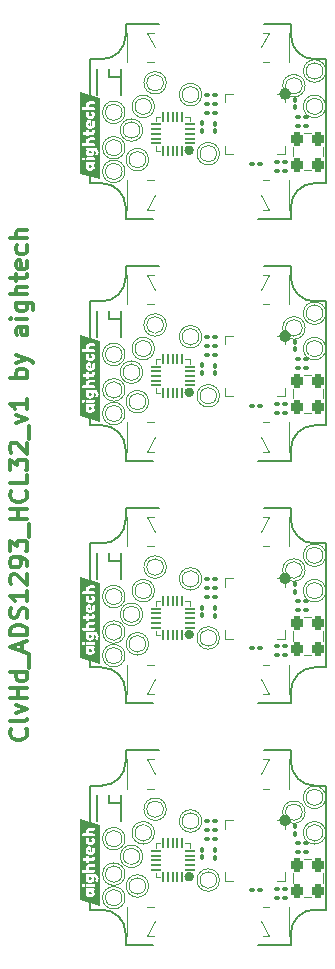
<source format=gbr>
%TF.GenerationSoftware,KiCad,Pcbnew,7.0.2-6a45011f42~172~ubuntu22.04.1*%
%TF.CreationDate,2023-05-08T14:44:33+01:00*%
%TF.ProjectId,panel,70616e65-6c2e-46b6-9963-61645f706362,rev?*%
%TF.SameCoordinates,Original*%
%TF.FileFunction,Legend,Top*%
%TF.FilePolarity,Positive*%
%FSLAX46Y46*%
G04 Gerber Fmt 4.6, Leading zero omitted, Abs format (unit mm)*
G04 Created by KiCad (PCBNEW 7.0.2-6a45011f42~172~ubuntu22.04.1) date 2023-05-08 14:44:33*
%MOMM*%
%LPD*%
G01*
G04 APERTURE LIST*
G04 Aperture macros list*
%AMRoundRect*
0 Rectangle with rounded corners*
0 $1 Rounding radius*
0 $2 $3 $4 $5 $6 $7 $8 $9 X,Y pos of 4 corners*
0 Add a 4 corners polygon primitive as box body*
4,1,4,$2,$3,$4,$5,$6,$7,$8,$9,$2,$3,0*
0 Add four circle primitives for the rounded corners*
1,1,$1+$1,$2,$3*
1,1,$1+$1,$4,$5*
1,1,$1+$1,$6,$7*
1,1,$1+$1,$8,$9*
0 Add four rect primitives between the rounded corners*
20,1,$1+$1,$2,$3,$4,$5,0*
20,1,$1+$1,$4,$5,$6,$7,0*
20,1,$1+$1,$6,$7,$8,$9,0*
20,1,$1+$1,$8,$9,$2,$3,0*%
G04 Aperture macros list end*
%ADD10C,0.300000*%
%ADD11C,0.150000*%
%ADD12C,0.038100*%
%ADD13C,0.152400*%
%ADD14C,0.120000*%
%ADD15C,0.400000*%
%ADD16C,0.500000*%
%ADD17C,0.100000*%
%ADD18C,1.000000*%
%ADD19R,0.500000X1.600000*%
%ADD20R,1.500000X2.900000*%
%ADD21C,0.400000*%
%ADD22RoundRect,0.050000X0.375000X0.050000X-0.375000X0.050000X-0.375000X-0.050000X0.375000X-0.050000X0*%
%ADD23RoundRect,0.050000X0.050000X0.375000X-0.050000X0.375000X-0.050000X-0.375000X0.050000X-0.375000X0*%
%ADD24R,1.400000X1.400000*%
%ADD25C,2.000000*%
%ADD26RoundRect,0.100000X0.130000X0.100000X-0.130000X0.100000X-0.130000X-0.100000X0.130000X-0.100000X0*%
%ADD27R,0.250000X0.600000*%
%ADD28R,0.600000X0.250000*%
%ADD29RoundRect,0.100000X-0.130000X-0.100000X0.130000X-0.100000X0.130000X0.100000X-0.130000X0.100000X0*%
%ADD30R,0.700000X0.700000*%
%ADD31RoundRect,0.100000X0.100000X-0.130000X0.100000X0.130000X-0.100000X0.130000X-0.100000X-0.130000X0*%
%ADD32RoundRect,0.100000X-0.100000X0.130000X-0.100000X-0.130000X0.100000X-0.130000X0.100000X0.130000X0*%
%ADD33RoundRect,0.237500X0.237500X0.362500X-0.237500X0.362500X-0.237500X-0.362500X0.237500X-0.362500X0*%
%ADD34RoundRect,0.237500X-0.237500X0.362500X-0.237500X-0.362500X0.237500X-0.362500X0.237500X0.362500X0*%
G04 APERTURE END LIST*
D10*
X2551071Y-67678571D02*
X2622500Y-67749999D01*
X2622500Y-67749999D02*
X2693928Y-67964285D01*
X2693928Y-67964285D02*
X2693928Y-68107142D01*
X2693928Y-68107142D02*
X2622500Y-68321428D01*
X2622500Y-68321428D02*
X2479642Y-68464285D01*
X2479642Y-68464285D02*
X2336785Y-68535714D01*
X2336785Y-68535714D02*
X2051071Y-68607142D01*
X2051071Y-68607142D02*
X1836785Y-68607142D01*
X1836785Y-68607142D02*
X1551071Y-68535714D01*
X1551071Y-68535714D02*
X1408214Y-68464285D01*
X1408214Y-68464285D02*
X1265357Y-68321428D01*
X1265357Y-68321428D02*
X1193928Y-68107142D01*
X1193928Y-68107142D02*
X1193928Y-67964285D01*
X1193928Y-67964285D02*
X1265357Y-67749999D01*
X1265357Y-67749999D02*
X1336785Y-67678571D01*
X2693928Y-66821428D02*
X2622500Y-66964285D01*
X2622500Y-66964285D02*
X2479642Y-67035714D01*
X2479642Y-67035714D02*
X1193928Y-67035714D01*
X1693928Y-66392857D02*
X2693928Y-66035714D01*
X2693928Y-66035714D02*
X1693928Y-65678571D01*
X2693928Y-65107143D02*
X1193928Y-65107143D01*
X1908214Y-65107143D02*
X1908214Y-64250000D01*
X2693928Y-64250000D02*
X1193928Y-64250000D01*
X2693928Y-62892857D02*
X1193928Y-62892857D01*
X2622500Y-62892857D02*
X2693928Y-63035714D01*
X2693928Y-63035714D02*
X2693928Y-63321428D01*
X2693928Y-63321428D02*
X2622500Y-63464285D01*
X2622500Y-63464285D02*
X2551071Y-63535714D01*
X2551071Y-63535714D02*
X2408214Y-63607142D01*
X2408214Y-63607142D02*
X1979642Y-63607142D01*
X1979642Y-63607142D02*
X1836785Y-63535714D01*
X1836785Y-63535714D02*
X1765357Y-63464285D01*
X1765357Y-63464285D02*
X1693928Y-63321428D01*
X1693928Y-63321428D02*
X1693928Y-63035714D01*
X1693928Y-63035714D02*
X1765357Y-62892857D01*
X2836785Y-62535714D02*
X2836785Y-61392856D01*
X2265357Y-61107142D02*
X2265357Y-60392857D01*
X2693928Y-61249999D02*
X1193928Y-60749999D01*
X1193928Y-60749999D02*
X2693928Y-60249999D01*
X2693928Y-59750000D02*
X1193928Y-59750000D01*
X1193928Y-59750000D02*
X1193928Y-59392857D01*
X1193928Y-59392857D02*
X1265357Y-59178571D01*
X1265357Y-59178571D02*
X1408214Y-59035714D01*
X1408214Y-59035714D02*
X1551071Y-58964285D01*
X1551071Y-58964285D02*
X1836785Y-58892857D01*
X1836785Y-58892857D02*
X2051071Y-58892857D01*
X2051071Y-58892857D02*
X2336785Y-58964285D01*
X2336785Y-58964285D02*
X2479642Y-59035714D01*
X2479642Y-59035714D02*
X2622500Y-59178571D01*
X2622500Y-59178571D02*
X2693928Y-59392857D01*
X2693928Y-59392857D02*
X2693928Y-59750000D01*
X2622500Y-58321428D02*
X2693928Y-58107143D01*
X2693928Y-58107143D02*
X2693928Y-57750000D01*
X2693928Y-57750000D02*
X2622500Y-57607143D01*
X2622500Y-57607143D02*
X2551071Y-57535714D01*
X2551071Y-57535714D02*
X2408214Y-57464285D01*
X2408214Y-57464285D02*
X2265357Y-57464285D01*
X2265357Y-57464285D02*
X2122500Y-57535714D01*
X2122500Y-57535714D02*
X2051071Y-57607143D01*
X2051071Y-57607143D02*
X1979642Y-57750000D01*
X1979642Y-57750000D02*
X1908214Y-58035714D01*
X1908214Y-58035714D02*
X1836785Y-58178571D01*
X1836785Y-58178571D02*
X1765357Y-58250000D01*
X1765357Y-58250000D02*
X1622500Y-58321428D01*
X1622500Y-58321428D02*
X1479642Y-58321428D01*
X1479642Y-58321428D02*
X1336785Y-58250000D01*
X1336785Y-58250000D02*
X1265357Y-58178571D01*
X1265357Y-58178571D02*
X1193928Y-58035714D01*
X1193928Y-58035714D02*
X1193928Y-57678571D01*
X1193928Y-57678571D02*
X1265357Y-57464285D01*
X2693928Y-56035714D02*
X2693928Y-56892857D01*
X2693928Y-56464286D02*
X1193928Y-56464286D01*
X1193928Y-56464286D02*
X1408214Y-56607143D01*
X1408214Y-56607143D02*
X1551071Y-56750000D01*
X1551071Y-56750000D02*
X1622500Y-56892857D01*
X1336785Y-55464286D02*
X1265357Y-55392858D01*
X1265357Y-55392858D02*
X1193928Y-55250001D01*
X1193928Y-55250001D02*
X1193928Y-54892858D01*
X1193928Y-54892858D02*
X1265357Y-54750001D01*
X1265357Y-54750001D02*
X1336785Y-54678572D01*
X1336785Y-54678572D02*
X1479642Y-54607143D01*
X1479642Y-54607143D02*
X1622500Y-54607143D01*
X1622500Y-54607143D02*
X1836785Y-54678572D01*
X1836785Y-54678572D02*
X2693928Y-55535715D01*
X2693928Y-55535715D02*
X2693928Y-54607143D01*
X2693928Y-53892858D02*
X2693928Y-53607144D01*
X2693928Y-53607144D02*
X2622500Y-53464287D01*
X2622500Y-53464287D02*
X2551071Y-53392858D01*
X2551071Y-53392858D02*
X2336785Y-53250001D01*
X2336785Y-53250001D02*
X2051071Y-53178572D01*
X2051071Y-53178572D02*
X1479642Y-53178572D01*
X1479642Y-53178572D02*
X1336785Y-53250001D01*
X1336785Y-53250001D02*
X1265357Y-53321430D01*
X1265357Y-53321430D02*
X1193928Y-53464287D01*
X1193928Y-53464287D02*
X1193928Y-53750001D01*
X1193928Y-53750001D02*
X1265357Y-53892858D01*
X1265357Y-53892858D02*
X1336785Y-53964287D01*
X1336785Y-53964287D02*
X1479642Y-54035715D01*
X1479642Y-54035715D02*
X1836785Y-54035715D01*
X1836785Y-54035715D02*
X1979642Y-53964287D01*
X1979642Y-53964287D02*
X2051071Y-53892858D01*
X2051071Y-53892858D02*
X2122500Y-53750001D01*
X2122500Y-53750001D02*
X2122500Y-53464287D01*
X2122500Y-53464287D02*
X2051071Y-53321430D01*
X2051071Y-53321430D02*
X1979642Y-53250001D01*
X1979642Y-53250001D02*
X1836785Y-53178572D01*
X1193928Y-52678573D02*
X1193928Y-51750001D01*
X1193928Y-51750001D02*
X1765357Y-52250001D01*
X1765357Y-52250001D02*
X1765357Y-52035716D01*
X1765357Y-52035716D02*
X1836785Y-51892859D01*
X1836785Y-51892859D02*
X1908214Y-51821430D01*
X1908214Y-51821430D02*
X2051071Y-51750001D01*
X2051071Y-51750001D02*
X2408214Y-51750001D01*
X2408214Y-51750001D02*
X2551071Y-51821430D01*
X2551071Y-51821430D02*
X2622500Y-51892859D01*
X2622500Y-51892859D02*
X2693928Y-52035716D01*
X2693928Y-52035716D02*
X2693928Y-52464287D01*
X2693928Y-52464287D02*
X2622500Y-52607144D01*
X2622500Y-52607144D02*
X2551071Y-52678573D01*
X2836785Y-51464288D02*
X2836785Y-50321430D01*
X2693928Y-49964288D02*
X1193928Y-49964288D01*
X1908214Y-49964288D02*
X1908214Y-49107145D01*
X2693928Y-49107145D02*
X1193928Y-49107145D01*
X2551071Y-47535716D02*
X2622500Y-47607144D01*
X2622500Y-47607144D02*
X2693928Y-47821430D01*
X2693928Y-47821430D02*
X2693928Y-47964287D01*
X2693928Y-47964287D02*
X2622500Y-48178573D01*
X2622500Y-48178573D02*
X2479642Y-48321430D01*
X2479642Y-48321430D02*
X2336785Y-48392859D01*
X2336785Y-48392859D02*
X2051071Y-48464287D01*
X2051071Y-48464287D02*
X1836785Y-48464287D01*
X1836785Y-48464287D02*
X1551071Y-48392859D01*
X1551071Y-48392859D02*
X1408214Y-48321430D01*
X1408214Y-48321430D02*
X1265357Y-48178573D01*
X1265357Y-48178573D02*
X1193928Y-47964287D01*
X1193928Y-47964287D02*
X1193928Y-47821430D01*
X1193928Y-47821430D02*
X1265357Y-47607144D01*
X1265357Y-47607144D02*
X1336785Y-47535716D01*
X2693928Y-46178573D02*
X2693928Y-46892859D01*
X2693928Y-46892859D02*
X1193928Y-46892859D01*
X1193928Y-45821430D02*
X1193928Y-44892858D01*
X1193928Y-44892858D02*
X1765357Y-45392858D01*
X1765357Y-45392858D02*
X1765357Y-45178573D01*
X1765357Y-45178573D02*
X1836785Y-45035716D01*
X1836785Y-45035716D02*
X1908214Y-44964287D01*
X1908214Y-44964287D02*
X2051071Y-44892858D01*
X2051071Y-44892858D02*
X2408214Y-44892858D01*
X2408214Y-44892858D02*
X2551071Y-44964287D01*
X2551071Y-44964287D02*
X2622500Y-45035716D01*
X2622500Y-45035716D02*
X2693928Y-45178573D01*
X2693928Y-45178573D02*
X2693928Y-45607144D01*
X2693928Y-45607144D02*
X2622500Y-45750001D01*
X2622500Y-45750001D02*
X2551071Y-45821430D01*
X1336785Y-44321430D02*
X1265357Y-44250002D01*
X1265357Y-44250002D02*
X1193928Y-44107145D01*
X1193928Y-44107145D02*
X1193928Y-43750002D01*
X1193928Y-43750002D02*
X1265357Y-43607145D01*
X1265357Y-43607145D02*
X1336785Y-43535716D01*
X1336785Y-43535716D02*
X1479642Y-43464287D01*
X1479642Y-43464287D02*
X1622500Y-43464287D01*
X1622500Y-43464287D02*
X1836785Y-43535716D01*
X1836785Y-43535716D02*
X2693928Y-44392859D01*
X2693928Y-44392859D02*
X2693928Y-43464287D01*
X2836785Y-43178574D02*
X2836785Y-42035716D01*
X1693928Y-41821431D02*
X2693928Y-41464288D01*
X2693928Y-41464288D02*
X1693928Y-41107145D01*
X2693928Y-39750002D02*
X2693928Y-40607145D01*
X2693928Y-40178574D02*
X1193928Y-40178574D01*
X1193928Y-40178574D02*
X1408214Y-40321431D01*
X1408214Y-40321431D02*
X1551071Y-40464288D01*
X1551071Y-40464288D02*
X1622500Y-40607145D01*
X2693928Y-37964289D02*
X1193928Y-37964289D01*
X1765357Y-37964289D02*
X1693928Y-37821432D01*
X1693928Y-37821432D02*
X1693928Y-37535717D01*
X1693928Y-37535717D02*
X1765357Y-37392860D01*
X1765357Y-37392860D02*
X1836785Y-37321432D01*
X1836785Y-37321432D02*
X1979642Y-37250003D01*
X1979642Y-37250003D02*
X2408214Y-37250003D01*
X2408214Y-37250003D02*
X2551071Y-37321432D01*
X2551071Y-37321432D02*
X2622500Y-37392860D01*
X2622500Y-37392860D02*
X2693928Y-37535717D01*
X2693928Y-37535717D02*
X2693928Y-37821432D01*
X2693928Y-37821432D02*
X2622500Y-37964289D01*
X1693928Y-36750003D02*
X2693928Y-36392860D01*
X1693928Y-36035717D02*
X2693928Y-36392860D01*
X2693928Y-36392860D02*
X3051071Y-36535717D01*
X3051071Y-36535717D02*
X3122500Y-36607146D01*
X3122500Y-36607146D02*
X3193928Y-36750003D01*
X2693928Y-33678575D02*
X1908214Y-33678575D01*
X1908214Y-33678575D02*
X1765357Y-33750003D01*
X1765357Y-33750003D02*
X1693928Y-33892860D01*
X1693928Y-33892860D02*
X1693928Y-34178575D01*
X1693928Y-34178575D02*
X1765357Y-34321432D01*
X2622500Y-33678575D02*
X2693928Y-33821432D01*
X2693928Y-33821432D02*
X2693928Y-34178575D01*
X2693928Y-34178575D02*
X2622500Y-34321432D01*
X2622500Y-34321432D02*
X2479642Y-34392860D01*
X2479642Y-34392860D02*
X2336785Y-34392860D01*
X2336785Y-34392860D02*
X2193928Y-34321432D01*
X2193928Y-34321432D02*
X2122500Y-34178575D01*
X2122500Y-34178575D02*
X2122500Y-33821432D01*
X2122500Y-33821432D02*
X2051071Y-33678575D01*
X2693928Y-32964289D02*
X1693928Y-32964289D01*
X1193928Y-32964289D02*
X1265357Y-33035717D01*
X1265357Y-33035717D02*
X1336785Y-32964289D01*
X1336785Y-32964289D02*
X1265357Y-32892860D01*
X1265357Y-32892860D02*
X1193928Y-32964289D01*
X1193928Y-32964289D02*
X1336785Y-32964289D01*
X1693928Y-31607146D02*
X2908214Y-31607146D01*
X2908214Y-31607146D02*
X3051071Y-31678574D01*
X3051071Y-31678574D02*
X3122500Y-31750003D01*
X3122500Y-31750003D02*
X3193928Y-31892860D01*
X3193928Y-31892860D02*
X3193928Y-32107146D01*
X3193928Y-32107146D02*
X3122500Y-32250003D01*
X2622500Y-31607146D02*
X2693928Y-31750003D01*
X2693928Y-31750003D02*
X2693928Y-32035717D01*
X2693928Y-32035717D02*
X2622500Y-32178574D01*
X2622500Y-32178574D02*
X2551071Y-32250003D01*
X2551071Y-32250003D02*
X2408214Y-32321431D01*
X2408214Y-32321431D02*
X1979642Y-32321431D01*
X1979642Y-32321431D02*
X1836785Y-32250003D01*
X1836785Y-32250003D02*
X1765357Y-32178574D01*
X1765357Y-32178574D02*
X1693928Y-32035717D01*
X1693928Y-32035717D02*
X1693928Y-31750003D01*
X1693928Y-31750003D02*
X1765357Y-31607146D01*
X2693928Y-30892860D02*
X1193928Y-30892860D01*
X2693928Y-30250003D02*
X1908214Y-30250003D01*
X1908214Y-30250003D02*
X1765357Y-30321431D01*
X1765357Y-30321431D02*
X1693928Y-30464288D01*
X1693928Y-30464288D02*
X1693928Y-30678574D01*
X1693928Y-30678574D02*
X1765357Y-30821431D01*
X1765357Y-30821431D02*
X1836785Y-30892860D01*
X1693928Y-29750002D02*
X1693928Y-29178574D01*
X1193928Y-29535717D02*
X2479642Y-29535717D01*
X2479642Y-29535717D02*
X2622500Y-29464288D01*
X2622500Y-29464288D02*
X2693928Y-29321431D01*
X2693928Y-29321431D02*
X2693928Y-29178574D01*
X2622500Y-28107145D02*
X2693928Y-28250002D01*
X2693928Y-28250002D02*
X2693928Y-28535717D01*
X2693928Y-28535717D02*
X2622500Y-28678574D01*
X2622500Y-28678574D02*
X2479642Y-28750002D01*
X2479642Y-28750002D02*
X1908214Y-28750002D01*
X1908214Y-28750002D02*
X1765357Y-28678574D01*
X1765357Y-28678574D02*
X1693928Y-28535717D01*
X1693928Y-28535717D02*
X1693928Y-28250002D01*
X1693928Y-28250002D02*
X1765357Y-28107145D01*
X1765357Y-28107145D02*
X1908214Y-28035717D01*
X1908214Y-28035717D02*
X2051071Y-28035717D01*
X2051071Y-28035717D02*
X2193928Y-28750002D01*
X2622500Y-26750003D02*
X2693928Y-26892860D01*
X2693928Y-26892860D02*
X2693928Y-27178574D01*
X2693928Y-27178574D02*
X2622500Y-27321431D01*
X2622500Y-27321431D02*
X2551071Y-27392860D01*
X2551071Y-27392860D02*
X2408214Y-27464288D01*
X2408214Y-27464288D02*
X1979642Y-27464288D01*
X1979642Y-27464288D02*
X1836785Y-27392860D01*
X1836785Y-27392860D02*
X1765357Y-27321431D01*
X1765357Y-27321431D02*
X1693928Y-27178574D01*
X1693928Y-27178574D02*
X1693928Y-26892860D01*
X1693928Y-26892860D02*
X1765357Y-26750003D01*
X2693928Y-26107146D02*
X1193928Y-26107146D01*
X2693928Y-25464289D02*
X1908214Y-25464289D01*
X1908214Y-25464289D02*
X1765357Y-25535717D01*
X1765357Y-25535717D02*
X1693928Y-25678574D01*
X1693928Y-25678574D02*
X1693928Y-25892860D01*
X1693928Y-25892860D02*
X1765357Y-26035717D01*
X1765357Y-26035717D02*
X1836785Y-26107146D01*
D11*
X9000001Y-42000002D02*
X8000001Y-42000001D01*
D12*
X26200001Y-54250003D02*
G75*
G03*
X26200001Y-54250003I-950000J0D01*
G01*
D11*
X8000002Y-61800003D02*
X8000001Y-62500002D01*
D13*
X9000000Y-31500000D02*
G75*
G03*
X11000000Y-29500001I0J2000000D01*
G01*
D11*
X9000001Y-21500001D02*
X8000001Y-21500000D01*
X11000001Y-24500001D02*
X11000001Y-23500001D01*
X27000001Y-21500001D02*
X28000001Y-21500002D01*
X8000000Y-10999999D02*
X8000002Y-14200001D01*
X11000000Y-29500001D02*
X11000001Y-28500001D01*
X8000002Y-20800001D02*
X8000001Y-21500000D01*
X25000000Y-9000000D02*
X25000001Y-8000000D01*
D12*
X17450001Y-55000003D02*
G75*
G03*
X17450001Y-55000003I-950000J0D01*
G01*
D11*
X28000000Y-52000003D02*
X28000001Y-62500004D01*
D12*
X26200001Y-13250001D02*
G75*
G03*
X26200001Y-13250001I-950000J0D01*
G01*
X12950001Y-81000004D02*
G75*
G03*
X12950001Y-81000004I-950000J0D01*
G01*
X17450001Y-34500002D02*
G75*
G03*
X17450001Y-34500002I-950000J0D01*
G01*
D11*
X8000000Y-72500002D02*
X8000002Y-75700004D01*
D12*
X18950001Y-60000003D02*
G75*
G03*
X18950001Y-60000003I-950000J0D01*
G01*
X12450001Y-58000002D02*
G75*
G03*
X12450001Y-58000002I-950000J0D01*
G01*
X17450001Y-14000001D02*
G75*
G03*
X17450001Y-14000001I-950000J0D01*
G01*
D11*
X11000000Y-70500003D02*
X11000001Y-69500003D01*
X28000000Y-31500002D02*
X28000001Y-42000003D01*
D12*
X10950002Y-36000002D02*
G75*
G03*
X10950002Y-36000002I-950000J0D01*
G01*
D11*
X22700001Y-8000000D02*
X25000001Y-8000000D01*
X8000002Y-41300002D02*
X8000001Y-42000001D01*
D13*
X9000000Y-72500000D02*
G75*
G03*
X11000000Y-70500003I0J2000000D01*
G01*
D11*
X27000001Y-42000002D02*
X28000001Y-42000003D01*
D13*
X27000001Y-83000001D02*
G75*
G03*
X25000001Y-85000004I-1J-1999999D01*
G01*
D11*
X22700001Y-69500003D02*
X25000001Y-69500003D01*
D12*
X14450001Y-33500002D02*
G75*
G03*
X14450001Y-33500002I-950000J0D01*
G01*
D11*
X8000000Y-52000001D02*
X8000002Y-55200003D01*
X9000000Y-52000002D02*
X8000000Y-52000001D01*
D13*
X27000001Y-62500001D02*
G75*
G03*
X25000001Y-64500003I-1J-1999999D01*
G01*
D12*
X12950001Y-19500001D02*
G75*
G03*
X12950001Y-19500001I-950000J0D01*
G01*
D11*
X13800001Y-49000003D02*
X11000001Y-49000002D01*
X8000002Y-82300004D02*
X8000001Y-83000003D01*
X9000001Y-83000004D02*
X8000001Y-83000003D01*
X25000000Y-50000002D02*
X25000001Y-49000002D01*
D12*
X27950001Y-32500002D02*
G75*
G03*
X27950001Y-32500002I-950000J0D01*
G01*
X13450001Y-15000001D02*
G75*
G03*
X13450001Y-15000001I-950000J0D01*
G01*
D11*
X25000001Y-64500003D02*
X25000000Y-65500003D01*
X22700001Y-49000002D02*
X25000001Y-49000002D01*
D12*
X10950001Y-41000002D02*
G75*
G03*
X10950001Y-41000002I-950000J0D01*
G01*
X10950002Y-77000004D02*
G75*
G03*
X10950002Y-77000004I-950000J0D01*
G01*
X27950001Y-76500004D02*
G75*
G03*
X27950001Y-76500004I-950000J0D01*
G01*
D13*
X10999998Y-44000002D02*
G75*
G03*
X9000001Y-42000002I-1999998J2D01*
G01*
D12*
X10950002Y-15500001D02*
G75*
G03*
X10950002Y-15500001I-950000J0D01*
G01*
D13*
X9000000Y-11000000D02*
G75*
G03*
X11000000Y-9000000I0J2000000D01*
G01*
D12*
X27950001Y-15000001D02*
G75*
G03*
X27950001Y-15000001I-950000J0D01*
G01*
X10950001Y-18500001D02*
G75*
G03*
X10950001Y-18500001I-950000J0D01*
G01*
X12450001Y-78500003D02*
G75*
G03*
X12450001Y-78500003I-950000J0D01*
G01*
D13*
X27000001Y-42000001D02*
G75*
G03*
X25000001Y-44000002I-1J-1999999D01*
G01*
D11*
X22700001Y-28500001D02*
X25000001Y-28500001D01*
D13*
X10999997Y-64500003D02*
G75*
G03*
X9000001Y-62500003I-1999997J3D01*
G01*
X24999998Y-50000002D02*
G75*
G03*
X27000000Y-52000002I2000002J2D01*
G01*
D11*
X25000000Y-70500003D02*
X25000001Y-69500003D01*
D12*
X13450001Y-35500002D02*
G75*
G03*
X13450001Y-35500002I-950000J0D01*
G01*
D11*
X11000001Y-45000002D02*
X11000001Y-44000002D01*
X8000000Y-31500000D02*
X8000002Y-34700002D01*
D13*
X24999999Y-29500001D02*
G75*
G03*
X27000000Y-31500001I2000001J1D01*
G01*
X25000000Y-9000000D02*
G75*
G03*
X27000000Y-11000000I2000000J0D01*
G01*
D12*
X26200001Y-33750002D02*
G75*
G03*
X26200001Y-33750002I-950000J0D01*
G01*
D13*
X27000001Y-21500001D02*
G75*
G03*
X25000001Y-23500001I-1J-1999999D01*
G01*
D11*
X27000001Y-62500003D02*
X28000001Y-62500004D01*
D13*
X10999999Y-23500001D02*
G75*
G03*
X9000001Y-21500001I-1999999J1D01*
G01*
D12*
X10950001Y-59500003D02*
G75*
G03*
X10950001Y-59500003I-950000J0D01*
G01*
X14450001Y-54000003D02*
G75*
G03*
X14450001Y-54000003I-950000J0D01*
G01*
X10950001Y-20500001D02*
G75*
G03*
X10950001Y-20500001I-950000J0D01*
G01*
X27950001Y-53000003D02*
G75*
G03*
X27950001Y-53000003I-950000J0D01*
G01*
D11*
X13300001Y-65500003D02*
X11000001Y-65500003D01*
D12*
X27950001Y-12000001D02*
G75*
G03*
X27950001Y-12000001I-950000J0D01*
G01*
D13*
X10999996Y-85000004D02*
G75*
G03*
X9000001Y-83000004I-1999996J4D01*
G01*
X24999997Y-70500003D02*
G75*
G03*
X27000000Y-72500003I2000003J3D01*
G01*
D11*
X27000000Y-52000002D02*
X28000000Y-52000003D01*
X27000001Y-83000004D02*
X28000001Y-83000005D01*
X11000001Y-65500003D02*
X11000001Y-64500003D01*
X9000000Y-72500003D02*
X8000000Y-72500002D01*
X22200001Y-24500001D02*
X25000000Y-24500001D01*
X13300001Y-45000002D02*
X11000001Y-45000002D01*
X22200001Y-86000004D02*
X25000000Y-86000004D01*
X13300001Y-86000004D02*
X11000001Y-86000004D01*
X13300001Y-24500001D02*
X11000001Y-24500001D01*
X27000000Y-31500001D02*
X28000000Y-31500002D01*
X22200001Y-65500003D02*
X25000000Y-65500003D01*
X27000000Y-11000000D02*
X28000000Y-11000001D01*
D12*
X12950001Y-60500003D02*
G75*
G03*
X12950001Y-60500003I-950000J0D01*
G01*
X17450001Y-75500004D02*
G75*
G03*
X17450001Y-75500004I-950000J0D01*
G01*
D11*
X25000001Y-85000004D02*
X25000000Y-86000004D01*
D12*
X13450001Y-76500004D02*
G75*
G03*
X13450001Y-76500004I-950000J0D01*
G01*
X14450001Y-13000001D02*
G75*
G03*
X14450001Y-13000001I-950000J0D01*
G01*
X18950001Y-80500004D02*
G75*
G03*
X18950001Y-80500004I-950000J0D01*
G01*
D13*
X9000000Y-52000000D02*
G75*
G03*
X11000000Y-50000002I0J2000000D01*
G01*
D12*
X27950001Y-73500004D02*
G75*
G03*
X27950001Y-73500004I-950000J0D01*
G01*
D11*
X13800001Y-8000001D02*
X11000001Y-8000000D01*
X27000000Y-72500003D02*
X28000000Y-72500004D01*
D12*
X14450001Y-74500004D02*
G75*
G03*
X14450001Y-74500004I-950000J0D01*
G01*
D11*
X11000000Y-50000002D02*
X11000001Y-49000002D01*
D12*
X10950001Y-39000002D02*
G75*
G03*
X10950001Y-39000002I-950000J0D01*
G01*
D11*
X25000001Y-44000002D02*
X25000000Y-45000002D01*
D12*
X26200001Y-74750004D02*
G75*
G03*
X26200001Y-74750004I-950000J0D01*
G01*
D11*
X13800001Y-69500004D02*
X11000001Y-69500003D01*
X28000000Y-72500004D02*
X28000001Y-83000005D01*
D12*
X10950002Y-56500003D02*
G75*
G03*
X10950002Y-56500003I-950000J0D01*
G01*
D11*
X9000000Y-11000000D02*
X8000000Y-10999999D01*
X13800001Y-28500002D02*
X11000001Y-28500001D01*
D12*
X12450001Y-17000000D02*
G75*
G03*
X12450001Y-17000000I-950000J0D01*
G01*
X27950001Y-56000003D02*
G75*
G03*
X27950001Y-56000003I-950000J0D01*
G01*
X10950001Y-82000004D02*
G75*
G03*
X10950001Y-82000004I-950000J0D01*
G01*
X10950001Y-80000004D02*
G75*
G03*
X10950001Y-80000004I-950000J0D01*
G01*
D11*
X25000000Y-29500001D02*
X25000001Y-28500001D01*
D12*
X12450001Y-37500001D02*
G75*
G03*
X12450001Y-37500001I-950000J0D01*
G01*
D11*
X11000001Y-86000004D02*
X11000001Y-85000004D01*
D12*
X18950001Y-19000001D02*
G75*
G03*
X18950001Y-19000001I-950000J0D01*
G01*
D11*
X9000000Y-31500001D02*
X8000000Y-31500000D01*
D12*
X12950001Y-40000002D02*
G75*
G03*
X12950001Y-40000002I-950000J0D01*
G01*
D11*
X25000001Y-23500001D02*
X25000000Y-24500001D01*
X28000000Y-11000001D02*
X28000001Y-21500002D01*
D12*
X18950001Y-39500002D02*
G75*
G03*
X18950001Y-39500002I-950000J0D01*
G01*
X13450001Y-56000003D02*
G75*
G03*
X13450001Y-56000003I-950000J0D01*
G01*
D11*
X11000000Y-9000000D02*
X11000001Y-8000000D01*
D12*
X27950001Y-35500002D02*
G75*
G03*
X27950001Y-35500002I-950000J0D01*
G01*
D11*
X22200001Y-45000002D02*
X25000000Y-45000002D01*
X9000001Y-62500003D02*
X8000001Y-62500002D01*
D12*
X10950001Y-61500003D02*
G75*
G03*
X10950001Y-61500003I-950000J0D01*
G01*
D14*
%TO.C,TP10*%
X10700001Y-41000002D02*
G75*
G03*
X10700001Y-41000002I-700000J0D01*
G01*
%TO.C,J1*%
X11150001Y-44250002D02*
X11150001Y-41750002D01*
X13400001Y-41750002D02*
X12850001Y-41750002D01*
X13400001Y-44250002D02*
X12850001Y-44250002D01*
X13500001Y-43000002D02*
X12850001Y-44250002D01*
X22500001Y-43000002D02*
X23150001Y-44250002D01*
X22600001Y-44250002D02*
X23150001Y-44250002D01*
X23150001Y-41750002D02*
X22600001Y-41750002D01*
X24850001Y-44250002D02*
X24850001Y-41750002D01*
%TO.C,TP6*%
X25950001Y-13250001D02*
G75*
G03*
X25950001Y-13250001I-700000J0D01*
G01*
%TO.C,TP8*%
X27700001Y-15000001D02*
G75*
G03*
X27700001Y-15000001I-700000J0D01*
G01*
%TO.C,U2*%
X16440001Y-36370002D02*
X16440001Y-36770002D01*
X16040001Y-36370002D02*
X16440001Y-36370002D01*
X13940001Y-39270002D02*
X13540001Y-39270002D01*
X13540001Y-39270002D02*
X13540001Y-38870002D01*
X13540001Y-36770002D02*
X13540001Y-36370002D01*
X13540001Y-36370002D02*
X13940001Y-36370002D01*
D15*
X16580001Y-39210002D02*
G75*
G03*
X16580001Y-39210002I-200000J0D01*
G01*
%TO.C,kibuzzard-63F61033*%
G36*
X7965712Y-16439869D02*
G01*
X7965712Y-16619891D01*
X7884988Y-16574171D01*
X7847126Y-16482017D01*
X7867128Y-16410579D01*
X7919992Y-16385576D01*
X7965712Y-16439869D01*
G37*
G36*
X8098586Y-19978168D02*
G01*
X8137162Y-20066036D01*
X8099300Y-20156047D01*
X8014289Y-20193195D01*
X7927136Y-20158190D01*
X7887131Y-20066750D01*
X7927136Y-19976739D01*
X8013575Y-19943163D01*
X8098586Y-19978168D01*
G37*
G36*
X8086441Y-18771588D02*
G01*
X8124303Y-18858028D01*
X8087156Y-18946610D01*
X8003574Y-18983043D01*
X7918563Y-18948753D01*
X7879987Y-18858742D01*
X7919278Y-18770160D01*
X8003574Y-18737298D01*
X8086441Y-18771588D01*
G37*
G36*
X8833440Y-15678345D02*
G01*
X8833440Y-16479874D01*
X8833440Y-17107095D01*
X8833440Y-17745746D01*
X8833440Y-18855885D01*
X8833440Y-19445958D01*
X8833440Y-19796717D01*
X8833440Y-20443226D01*
X8833440Y-20681351D01*
X8833440Y-21181413D01*
X7166564Y-20681351D01*
X7166564Y-20443226D01*
X7166564Y-19820291D01*
X7637099Y-19820291D01*
X7657102Y-19900658D01*
X7717109Y-19933162D01*
X7687820Y-19958880D01*
X7655673Y-20014601D01*
X7638528Y-20103183D01*
X7650990Y-20185654D01*
X7688376Y-20263521D01*
X7750685Y-20336784D01*
X7829584Y-20395918D01*
X7916738Y-20431399D01*
X8012146Y-20443226D01*
X8107634Y-20431478D01*
X8195026Y-20396236D01*
X8274322Y-20337498D01*
X8337028Y-20265029D01*
X8374652Y-20188591D01*
X8387193Y-20108184D01*
X8368262Y-20002278D01*
X8311469Y-19931733D01*
X8367905Y-19901015D01*
X8387193Y-19796717D01*
X8377906Y-19733316D01*
X8350046Y-19698847D01*
X8312184Y-19686703D01*
X8262892Y-19684560D01*
X7762829Y-19684560D01*
X7713538Y-19686703D01*
X7675676Y-19699562D01*
X7645672Y-19737423D01*
X7637099Y-19820291D01*
X7166564Y-19820291D01*
X7166564Y-19444530D01*
X7285627Y-19444530D01*
X7295271Y-19518110D01*
X7324203Y-19555972D01*
X7360636Y-19568117D01*
X7409928Y-19570260D01*
X7459220Y-19568117D01*
X7497082Y-19555258D01*
X7527086Y-19517396D01*
X7535658Y-19445244D01*
X7535573Y-19444530D01*
X7638528Y-19444530D01*
X7638618Y-19445244D01*
X7647815Y-19518110D01*
X7675676Y-19555972D01*
X7713538Y-19568117D01*
X7762829Y-19570260D01*
X8264321Y-19570260D01*
X8314327Y-19568117D01*
X8351475Y-19555972D01*
X8380407Y-19518468D01*
X8390051Y-19445958D01*
X8380764Y-19372735D01*
X8352903Y-19335945D01*
X8315041Y-19322372D01*
X8265749Y-19320228D01*
X7765687Y-19320228D01*
X7724253Y-19321657D01*
X7662817Y-19347375D01*
X7638528Y-19444530D01*
X7535573Y-19444530D01*
X7527086Y-19373092D01*
X7497796Y-19335230D01*
X7460649Y-19322372D01*
X7411357Y-19320228D01*
X7362065Y-19322372D01*
X7324203Y-19335945D01*
X7295271Y-19372378D01*
X7285627Y-19444530D01*
X7166564Y-19444530D01*
X7166564Y-18617283D01*
X7634242Y-18617283D01*
X7654959Y-18698008D01*
X7715681Y-18727297D01*
X7687820Y-18750872D01*
X7654959Y-18805878D01*
X7637099Y-18894461D01*
X7649323Y-18975106D01*
X7685994Y-19051306D01*
X7747113Y-19123061D01*
X7824424Y-19181005D01*
X7909673Y-19215771D01*
X8002859Y-19227360D01*
X8095966Y-19215850D01*
X8180977Y-19181322D01*
X8257891Y-19123775D01*
X8318613Y-19053052D01*
X8355046Y-18978995D01*
X8367191Y-18901605D01*
X8349331Y-18799092D01*
X8295753Y-18728726D01*
X8338616Y-18728726D01*
X8441486Y-18763016D01*
X8484348Y-18851598D01*
X8471132Y-18928751D01*
X8431485Y-19000188D01*
X8414340Y-19041622D01*
X8425770Y-19076627D01*
X8467203Y-19118775D01*
X8565787Y-19161637D01*
X8611150Y-19136991D01*
X8661513Y-19063053D01*
X8701161Y-18961969D01*
X8714377Y-18855885D01*
X8703185Y-18763810D01*
X8669610Y-18678085D01*
X8613650Y-18598710D01*
X8539435Y-18535210D01*
X8451090Y-18497110D01*
X8348617Y-18484410D01*
X7757114Y-18484410D01*
X7708537Y-18486553D01*
X7672104Y-18499412D01*
X7642814Y-18535845D01*
X7634242Y-18617283D01*
X7166564Y-18617283D01*
X7166564Y-18244380D01*
X7285627Y-18244380D01*
X7295271Y-18317960D01*
X7324203Y-18355822D01*
X7360636Y-18367967D01*
X7409928Y-18370110D01*
X8264321Y-18370110D01*
X8314327Y-18367967D01*
X8351475Y-18355822D01*
X8380407Y-18318318D01*
X8390051Y-18245808D01*
X8380764Y-18172585D01*
X8352903Y-18135795D01*
X8315041Y-18122222D01*
X8265749Y-18120078D01*
X7988572Y-18120078D01*
X7919278Y-18075787D01*
X7888559Y-17986490D01*
X7921421Y-17902908D01*
X8012861Y-17870047D01*
X8262892Y-17870047D01*
X8314327Y-17867904D01*
X8352903Y-17854331D01*
X8380764Y-17816469D01*
X8390051Y-17745746D01*
X8380764Y-17672523D01*
X8352903Y-17635732D01*
X8315041Y-17622159D01*
X8265749Y-17620016D01*
X8014289Y-17620016D01*
X7914912Y-17630573D01*
X7826329Y-17662243D01*
X7748542Y-17715028D01*
X7688217Y-17783687D01*
X7652022Y-17862983D01*
X7639957Y-17952915D01*
X7661745Y-18042569D01*
X7727111Y-18120078D01*
X7411357Y-18120078D01*
X7362065Y-18122222D01*
X7324203Y-18135795D01*
X7295271Y-18172228D01*
X7285627Y-18244380D01*
X7166564Y-18244380D01*
X7166564Y-17284260D01*
X7379924Y-17284260D01*
X7388854Y-17357483D01*
X7415643Y-17394273D01*
X7449933Y-17407847D01*
X7498511Y-17409990D01*
X7645672Y-17409990D01*
X7639957Y-17457138D01*
X7658531Y-17514288D01*
X7696393Y-17534291D01*
X7781403Y-17541435D01*
X7864271Y-17520718D01*
X7888559Y-17468568D01*
X7884273Y-17409990D01*
X8095728Y-17409990D01*
X8192090Y-17401417D01*
X8267813Y-17375700D01*
X8322899Y-17332837D01*
X8360206Y-17273465D01*
X8382589Y-17198217D01*
X8390051Y-17107095D01*
X8387908Y-17059232D01*
X8375763Y-17021370D01*
X8338259Y-16991366D01*
X8265749Y-16981365D01*
X8170023Y-17014226D01*
X8156450Y-17052088D01*
X8154307Y-17103523D01*
X8137162Y-17149243D01*
X8081441Y-17161387D01*
X7884273Y-17161387D01*
X7889988Y-17068518D01*
X7887845Y-17019227D01*
X7875701Y-16981365D01*
X7838196Y-16952433D01*
X7765687Y-16942788D01*
X7692464Y-16952075D01*
X7655673Y-16979936D01*
X7642100Y-17017798D01*
X7639957Y-17066375D01*
X7645672Y-17161387D01*
X7505654Y-17161387D01*
X7432788Y-17168531D01*
X7393140Y-17206750D01*
X7379924Y-17284260D01*
X7166564Y-17284260D01*
X7166564Y-16478445D01*
X7621383Y-16478445D01*
X7633369Y-16588220D01*
X7669326Y-16685137D01*
X7729254Y-16769195D01*
X7809184Y-16833886D01*
X7905149Y-16872700D01*
X8017147Y-16885638D01*
X8109381Y-16875637D01*
X8195582Y-16845633D01*
X8275751Y-16795627D01*
X8329865Y-16740799D01*
X8372191Y-16667754D01*
X8399516Y-16579707D01*
X8408625Y-16479874D01*
X8400677Y-16346732D01*
X8376835Y-16251631D01*
X8337098Y-16194570D01*
X8281466Y-16175550D01*
X8215743Y-16194123D01*
X8151450Y-16272705D01*
X8167166Y-16329855D01*
X8172881Y-16345571D01*
X8185740Y-16401649D01*
X8190026Y-16475587D01*
X8162880Y-16569885D01*
X8095728Y-16617034D01*
X8095728Y-16278420D01*
X8053580Y-16181979D01*
X8000002Y-16149296D01*
X7923564Y-16138402D01*
X7839089Y-16150547D01*
X7761401Y-16186980D01*
X7700143Y-16240022D01*
X7656388Y-16306280D01*
X7630134Y-16385755D01*
X7621383Y-16478445D01*
X7166564Y-16478445D01*
X7166564Y-15681202D01*
X7628527Y-15681202D01*
X7639004Y-15768991D01*
X7670437Y-15853287D01*
X7722824Y-15934091D01*
X7775867Y-15987312D01*
X7843554Y-16029817D01*
X7922850Y-16057678D01*
X8010718Y-16066965D01*
X8098943Y-16057678D01*
X8179310Y-16029817D01*
X8248069Y-15987312D01*
X8301468Y-15934091D01*
X8354650Y-15851065D01*
X8386558Y-15765816D01*
X8397195Y-15678345D01*
X8382907Y-15569045D01*
X8340044Y-15478320D01*
X8291110Y-15419384D01*
X8238603Y-15399738D01*
X8164308Y-15432600D01*
X8107515Y-15489393D01*
X8088584Y-15536898D01*
X8115016Y-15600478D01*
X8141448Y-15684774D01*
X8107873Y-15769785D01*
X8013575Y-15809790D01*
X7918563Y-15768356D01*
X7884273Y-15679059D01*
X7908562Y-15605478D01*
X7939994Y-15528326D01*
X7920349Y-15480106D01*
X7861413Y-15429742D01*
X7779260Y-15399738D01*
X7714252Y-15436886D01*
X7687106Y-15476891D01*
X7672818Y-15499751D01*
X7643529Y-15575475D01*
X7628527Y-15681202D01*
X7166564Y-15681202D01*
X7166564Y-15181140D01*
X7285627Y-15181140D01*
X7295271Y-15254720D01*
X7324203Y-15292582D01*
X7360636Y-15304727D01*
X7409928Y-15306870D01*
X8264321Y-15306870D01*
X8314327Y-15304727D01*
X8351475Y-15292582D01*
X8380407Y-15255078D01*
X8390051Y-15182568D01*
X8380764Y-15109345D01*
X8352903Y-15072555D01*
X8315041Y-15058982D01*
X8265749Y-15056839D01*
X7988572Y-15056839D01*
X7919278Y-15012547D01*
X7888559Y-14923250D01*
X7921421Y-14839669D01*
X8012861Y-14806807D01*
X8262892Y-14806807D01*
X8314327Y-14804664D01*
X8352903Y-14791091D01*
X8380764Y-14753229D01*
X8390051Y-14682506D01*
X8380764Y-14609283D01*
X8352903Y-14572492D01*
X8315041Y-14558919D01*
X8265749Y-14556776D01*
X8014289Y-14556776D01*
X7914912Y-14567333D01*
X7826329Y-14599003D01*
X7748542Y-14651788D01*
X7688217Y-14720447D01*
X7652022Y-14799743D01*
X7639957Y-14889675D01*
X7661745Y-14979329D01*
X7727111Y-15056839D01*
X7411357Y-15056839D01*
X7362065Y-15058982D01*
X7324203Y-15072555D01*
X7295271Y-15108988D01*
X7285627Y-15181140D01*
X7166564Y-15181140D01*
X7166564Y-14556776D01*
X7166564Y-14318651D01*
X7166564Y-13818588D01*
X8833440Y-14318651D01*
X8833440Y-14556776D01*
X8833440Y-14682506D01*
X8833440Y-15678345D01*
G37*
D14*
%TO.C,U1*%
X24500001Y-34450002D02*
X23800001Y-34450002D01*
X20100001Y-34450002D02*
X19400001Y-34450002D01*
X19400001Y-34450002D02*
X19400001Y-35150002D01*
X24500001Y-35150002D02*
X24500001Y-34450002D01*
X19400001Y-38850002D02*
X19400001Y-39550002D01*
X24500001Y-39550002D02*
X24500001Y-38850002D01*
X23800001Y-39550002D02*
X24500001Y-39550002D01*
X19400001Y-39550002D02*
X20100001Y-39550002D01*
D16*
X24750001Y-34450002D02*
G75*
G03*
X24750001Y-34450002I-250000J0D01*
G01*
D14*
%TO.C,TP2*%
X12700001Y-81000004D02*
G75*
G03*
X12700001Y-81000004I-700000J0D01*
G01*
D11*
%TO.C,LED1*%
X8600001Y-55000003D02*
X8600001Y-52800003D01*
X10600001Y-55000003D02*
X10600001Y-52800003D01*
X9600001Y-53500003D02*
X9600001Y-52800003D01*
X10600001Y-53500003D02*
X9600001Y-53500003D01*
D14*
%TO.C,J1*%
X11150001Y-23750001D02*
X11150001Y-21250001D01*
X13400001Y-21250001D02*
X12850001Y-21250001D01*
X13400001Y-23750001D02*
X12850001Y-23750001D01*
X13500001Y-22500001D02*
X12850001Y-23750001D01*
X22500001Y-22500001D02*
X23150001Y-23750001D01*
X22600001Y-23750001D02*
X23150001Y-23750001D01*
X23150001Y-21250001D02*
X22600001Y-21250001D01*
X24850001Y-23750001D02*
X24850001Y-21250001D01*
%TO.C,J2*%
X24850001Y-49750003D02*
X24850001Y-52250003D01*
X22600001Y-52250003D02*
X23150001Y-52250003D01*
X22600001Y-49750003D02*
X23150001Y-49750003D01*
X22500001Y-51000003D02*
X23150001Y-49750003D01*
X13500001Y-51000003D02*
X12850001Y-49750003D01*
X13400001Y-49750003D02*
X12850001Y-49750003D01*
X12850001Y-52250003D02*
X13400001Y-52250003D01*
X11150001Y-49750003D02*
X11150001Y-52250003D01*
%TO.C,U1*%
X24500001Y-54950003D02*
X23800001Y-54950003D01*
X20100001Y-54950003D02*
X19400001Y-54950003D01*
X19400001Y-54950003D02*
X19400001Y-55650003D01*
X24500001Y-55650003D02*
X24500001Y-54950003D01*
X19400001Y-59350003D02*
X19400001Y-60050003D01*
X24500001Y-60050003D02*
X24500001Y-59350003D01*
X23800001Y-60050003D02*
X24500001Y-60050003D01*
X19400001Y-60050003D02*
X20100001Y-60050003D01*
D16*
X24750001Y-54950003D02*
G75*
G03*
X24750001Y-54950003I-250000J0D01*
G01*
D14*
X24500001Y-75450004D02*
X23800001Y-75450004D01*
X20100001Y-75450004D02*
X19400001Y-75450004D01*
X19400001Y-75450004D02*
X19400001Y-76150004D01*
X24500001Y-76150004D02*
X24500001Y-75450004D01*
X19400001Y-79850004D02*
X19400001Y-80550004D01*
X24500001Y-80550004D02*
X24500001Y-79850004D01*
X23800001Y-80550004D02*
X24500001Y-80550004D01*
X19400001Y-80550004D02*
X20100001Y-80550004D01*
D16*
X24750001Y-75450004D02*
G75*
G03*
X24750001Y-75450004I-250000J0D01*
G01*
D14*
%TO.C,TP5*%
X17200001Y-14000001D02*
G75*
G03*
X17200001Y-14000001I-700000J0D01*
G01*
X17200001Y-34500002D02*
G75*
G03*
X17200001Y-34500002I-700000J0D01*
G01*
%TO.C,TP7*%
X10700002Y-77000004D02*
G75*
G03*
X10700002Y-77000004I-700000J0D01*
G01*
%TO.C,TP9*%
X12200002Y-37500001D02*
G75*
G03*
X12200002Y-37500001I-700000J0D01*
G01*
%TO.C,TP3*%
X10700001Y-80000004D02*
G75*
G03*
X10700001Y-80000004I-700000J0D01*
G01*
%TO.C,TP10*%
X10700001Y-82000004D02*
G75*
G03*
X10700001Y-82000004I-700000J0D01*
G01*
%TO.C,J1*%
X11150001Y-64750003D02*
X11150001Y-62250003D01*
X13400001Y-62250003D02*
X12850001Y-62250003D01*
X13400001Y-64750003D02*
X12850001Y-64750003D01*
X13500001Y-63500003D02*
X12850001Y-64750003D01*
X22500001Y-63500003D02*
X23150001Y-64750003D01*
X22600001Y-64750003D02*
X23150001Y-64750003D01*
X23150001Y-62250003D02*
X22600001Y-62250003D01*
X24850001Y-64750003D02*
X24850001Y-62250003D01*
%TO.C,TP2*%
X12700001Y-40000002D02*
G75*
G03*
X12700001Y-40000002I-700000J0D01*
G01*
%TO.C,U2*%
X16440001Y-77370004D02*
X16440001Y-77770004D01*
X16040001Y-77370004D02*
X16440001Y-77370004D01*
X13940001Y-80270004D02*
X13540001Y-80270004D01*
X13540001Y-80270004D02*
X13540001Y-79870004D01*
X13540001Y-77770004D02*
X13540001Y-77370004D01*
X13540001Y-77370004D02*
X13940001Y-77370004D01*
D15*
X16580001Y-80210004D02*
G75*
G03*
X16580001Y-80210004I-200000J0D01*
G01*
D14*
%TO.C,TP12*%
X13200001Y-35500002D02*
G75*
G03*
X13200001Y-35500002I-700000J0D01*
G01*
%TO.C,TP10*%
X10700001Y-61500003D02*
G75*
G03*
X10700001Y-61500003I-700000J0D01*
G01*
%TO.C,J2*%
X24850001Y-70250004D02*
X24850001Y-72750004D01*
X22600001Y-72750004D02*
X23150001Y-72750004D01*
X22600001Y-70250004D02*
X23150001Y-70250004D01*
X22500001Y-71500004D02*
X23150001Y-70250004D01*
X13500001Y-71500004D02*
X12850001Y-70250004D01*
X13400001Y-70250004D02*
X12850001Y-70250004D01*
X12850001Y-72750004D02*
X13400001Y-72750004D01*
X11150001Y-70250004D02*
X11150001Y-72750004D01*
%TO.C,U2*%
X16440001Y-56870003D02*
X16440001Y-57270003D01*
X16040001Y-56870003D02*
X16440001Y-56870003D01*
X13940001Y-59770003D02*
X13540001Y-59770003D01*
X13540001Y-59770003D02*
X13540001Y-59370003D01*
X13540001Y-57270003D02*
X13540001Y-56870003D01*
X13540001Y-56870003D02*
X13940001Y-56870003D01*
D15*
X16580001Y-59710003D02*
G75*
G03*
X16580001Y-59710003I-200000J0D01*
G01*
D14*
%TO.C,TP4*%
X14200001Y-33500002D02*
G75*
G03*
X14200001Y-33500002I-700000J0D01*
G01*
%TO.C,TP12*%
X13200001Y-15000001D02*
G75*
G03*
X13200001Y-15000001I-700000J0D01*
G01*
%TO.C,TP3*%
X10700001Y-59500003D02*
G75*
G03*
X10700001Y-59500003I-700000J0D01*
G01*
%TO.C,TP4*%
X14200001Y-54000003D02*
G75*
G03*
X14200001Y-54000003I-700000J0D01*
G01*
%TO.C,TP8*%
X27700001Y-35500002D02*
G75*
G03*
X27700001Y-35500002I-700000J0D01*
G01*
%TO.C,J2*%
X24850001Y-8750001D02*
X24850001Y-11250001D01*
X22600001Y-11250001D02*
X23150001Y-11250001D01*
X22600001Y-8750001D02*
X23150001Y-8750001D01*
X22500001Y-10000001D02*
X23150001Y-8750001D01*
X13500001Y-10000001D02*
X12850001Y-8750001D01*
X13400001Y-8750001D02*
X12850001Y-8750001D01*
X12850001Y-11250001D02*
X13400001Y-11250001D01*
X11150001Y-8750001D02*
X11150001Y-11250001D01*
%TO.C,TP2*%
X12700001Y-19500001D02*
G75*
G03*
X12700001Y-19500001I-700000J0D01*
G01*
%TO.C,TP4*%
X14200001Y-74500004D02*
G75*
G03*
X14200001Y-74500004I-700000J0D01*
G01*
%TO.C,TP7*%
X10700002Y-56500003D02*
G75*
G03*
X10700002Y-56500003I-700000J0D01*
G01*
%TO.C,TP8*%
X27700001Y-76500004D02*
G75*
G03*
X27700001Y-76500004I-700000J0D01*
G01*
%TO.C,TP3*%
X10700001Y-18500001D02*
G75*
G03*
X10700001Y-18500001I-700000J0D01*
G01*
%TO.C,TP4*%
X14200001Y-13000001D02*
G75*
G03*
X14200001Y-13000001I-700000J0D01*
G01*
%TO.C,TP6*%
X25950001Y-33750002D02*
G75*
G03*
X25950001Y-33750002I-700000J0D01*
G01*
%TO.C,J1*%
X11150001Y-85250004D02*
X11150001Y-82750004D01*
X13400001Y-82750004D02*
X12850001Y-82750004D01*
X13400001Y-85250004D02*
X12850001Y-85250004D01*
X13500001Y-84000004D02*
X12850001Y-85250004D01*
X22500001Y-84000004D02*
X23150001Y-85250004D01*
X22600001Y-85250004D02*
X23150001Y-85250004D01*
X23150001Y-82750004D02*
X22600001Y-82750004D01*
X24850001Y-85250004D02*
X24850001Y-82750004D01*
%TO.C,XTAL1*%
X26130001Y-61420003D02*
X26730001Y-61420003D01*
X25180001Y-60220003D02*
X25180001Y-59420003D01*
X27680001Y-60220003D02*
X27680001Y-59420003D01*
X26130001Y-58220003D02*
X26730001Y-58220003D01*
%TO.C,TP7*%
X10700002Y-15500001D02*
G75*
G03*
X10700002Y-15500001I-700000J0D01*
G01*
%TO.C,TP8*%
X27700001Y-56000003D02*
G75*
G03*
X27700001Y-56000003I-700000J0D01*
G01*
%TO.C,TP11*%
X27700001Y-73500004D02*
G75*
G03*
X27700001Y-73500004I-700000J0D01*
G01*
%TO.C,TP12*%
X13200001Y-76500004D02*
G75*
G03*
X13200001Y-76500004I-700000J0D01*
G01*
%TO.C,TP6*%
X25950001Y-54250003D02*
G75*
G03*
X25950001Y-54250003I-700000J0D01*
G01*
%TO.C,TP9*%
X12200002Y-58000002D02*
G75*
G03*
X12200002Y-58000002I-700000J0D01*
G01*
%TO.C,TP11*%
X27700001Y-32500002D02*
G75*
G03*
X27700001Y-32500002I-700000J0D01*
G01*
D11*
%TO.C,LED1*%
X8600001Y-14000001D02*
X8600001Y-11800001D01*
X10600001Y-14000001D02*
X10600001Y-11800001D01*
X9600001Y-12500001D02*
X9600001Y-11800001D01*
X10600001Y-12500001D02*
X9600001Y-12500001D01*
D14*
%TO.C,TP7*%
X10700002Y-36000002D02*
G75*
G03*
X10700002Y-36000002I-700000J0D01*
G01*
%TO.C,TP9*%
X12200002Y-17000000D02*
G75*
G03*
X12200002Y-17000000I-700000J0D01*
G01*
%TO.C,TP1*%
X18700001Y-39500002D02*
G75*
G03*
X18700001Y-39500002I-700000J0D01*
G01*
D11*
%TO.C,LED1*%
X8600001Y-34500002D02*
X8600001Y-32300002D01*
X10600001Y-34500002D02*
X10600001Y-32300002D01*
X9600001Y-33000002D02*
X9600001Y-32300002D01*
X10600001Y-33000002D02*
X9600001Y-33000002D01*
D14*
%TO.C,XTAL1*%
X26130001Y-81920004D02*
X26730001Y-81920004D01*
X25180001Y-80720004D02*
X25180001Y-79920004D01*
X27680001Y-80720004D02*
X27680001Y-79920004D01*
X26130001Y-78720004D02*
X26730001Y-78720004D01*
%TO.C,TP11*%
X27700001Y-53000003D02*
G75*
G03*
X27700001Y-53000003I-700000J0D01*
G01*
%TO.C,TP10*%
X10700001Y-20500001D02*
G75*
G03*
X10700001Y-20500001I-700000J0D01*
G01*
%TO.C,TP1*%
X18700001Y-80500004D02*
G75*
G03*
X18700001Y-80500004I-700000J0D01*
G01*
%TO.C,J2*%
X24850001Y-29250002D02*
X24850001Y-31750002D01*
X22600001Y-31750002D02*
X23150001Y-31750002D01*
X22600001Y-29250002D02*
X23150001Y-29250002D01*
X22500001Y-30500002D02*
X23150001Y-29250002D01*
X13500001Y-30500002D02*
X12850001Y-29250002D01*
X13400001Y-29250002D02*
X12850001Y-29250002D01*
X12850001Y-31750002D02*
X13400001Y-31750002D01*
X11150001Y-29250002D02*
X11150001Y-31750002D01*
%TO.C,kibuzzard-63F61033*%
G36*
X7965712Y-57439871D02*
G01*
X7965712Y-57619893D01*
X7884988Y-57574173D01*
X7847126Y-57482019D01*
X7867128Y-57410581D01*
X7919992Y-57385578D01*
X7965712Y-57439871D01*
G37*
G36*
X8098586Y-60978170D02*
G01*
X8137162Y-61066038D01*
X8099300Y-61156049D01*
X8014289Y-61193197D01*
X7927136Y-61158192D01*
X7887131Y-61066752D01*
X7927136Y-60976741D01*
X8013575Y-60943165D01*
X8098586Y-60978170D01*
G37*
G36*
X8086441Y-59771590D02*
G01*
X8124303Y-59858030D01*
X8087156Y-59946612D01*
X8003574Y-59983045D01*
X7918563Y-59948755D01*
X7879987Y-59858744D01*
X7919278Y-59770162D01*
X8003574Y-59737300D01*
X8086441Y-59771590D01*
G37*
G36*
X8833440Y-56678347D02*
G01*
X8833440Y-57479876D01*
X8833440Y-58107097D01*
X8833440Y-58745748D01*
X8833440Y-59855887D01*
X8833440Y-60445960D01*
X8833440Y-60796719D01*
X8833440Y-61443228D01*
X8833440Y-61681353D01*
X8833440Y-62181415D01*
X7166564Y-61681353D01*
X7166564Y-61443228D01*
X7166564Y-60820293D01*
X7637099Y-60820293D01*
X7657102Y-60900660D01*
X7717109Y-60933164D01*
X7687820Y-60958882D01*
X7655673Y-61014603D01*
X7638528Y-61103185D01*
X7650990Y-61185656D01*
X7688376Y-61263523D01*
X7750685Y-61336786D01*
X7829584Y-61395920D01*
X7916738Y-61431401D01*
X8012146Y-61443228D01*
X8107634Y-61431480D01*
X8195026Y-61396238D01*
X8274322Y-61337500D01*
X8337028Y-61265031D01*
X8374652Y-61188593D01*
X8387193Y-61108186D01*
X8368262Y-61002280D01*
X8311469Y-60931735D01*
X8367905Y-60901017D01*
X8387193Y-60796719D01*
X8377906Y-60733318D01*
X8350046Y-60698849D01*
X8312184Y-60686705D01*
X8262892Y-60684562D01*
X7762829Y-60684562D01*
X7713538Y-60686705D01*
X7675676Y-60699564D01*
X7645672Y-60737425D01*
X7637099Y-60820293D01*
X7166564Y-60820293D01*
X7166564Y-60444532D01*
X7285627Y-60444532D01*
X7295271Y-60518112D01*
X7324203Y-60555974D01*
X7360636Y-60568119D01*
X7409928Y-60570262D01*
X7459220Y-60568119D01*
X7497082Y-60555260D01*
X7527086Y-60517398D01*
X7535658Y-60445246D01*
X7535573Y-60444532D01*
X7638528Y-60444532D01*
X7638618Y-60445246D01*
X7647815Y-60518112D01*
X7675676Y-60555974D01*
X7713538Y-60568119D01*
X7762829Y-60570262D01*
X8264321Y-60570262D01*
X8314327Y-60568119D01*
X8351475Y-60555974D01*
X8380407Y-60518470D01*
X8390051Y-60445960D01*
X8380764Y-60372737D01*
X8352903Y-60335947D01*
X8315041Y-60322374D01*
X8265749Y-60320230D01*
X7765687Y-60320230D01*
X7724253Y-60321659D01*
X7662817Y-60347377D01*
X7638528Y-60444532D01*
X7535573Y-60444532D01*
X7527086Y-60373094D01*
X7497796Y-60335232D01*
X7460649Y-60322374D01*
X7411357Y-60320230D01*
X7362065Y-60322374D01*
X7324203Y-60335947D01*
X7295271Y-60372380D01*
X7285627Y-60444532D01*
X7166564Y-60444532D01*
X7166564Y-59617285D01*
X7634242Y-59617285D01*
X7654959Y-59698010D01*
X7715681Y-59727299D01*
X7687820Y-59750874D01*
X7654959Y-59805880D01*
X7637099Y-59894463D01*
X7649323Y-59975108D01*
X7685994Y-60051308D01*
X7747113Y-60123063D01*
X7824424Y-60181007D01*
X7909673Y-60215773D01*
X8002859Y-60227362D01*
X8095966Y-60215852D01*
X8180977Y-60181324D01*
X8257891Y-60123777D01*
X8318613Y-60053054D01*
X8355046Y-59978997D01*
X8367191Y-59901607D01*
X8349331Y-59799094D01*
X8295753Y-59728728D01*
X8338616Y-59728728D01*
X8441486Y-59763018D01*
X8484348Y-59851600D01*
X8471132Y-59928753D01*
X8431485Y-60000190D01*
X8414340Y-60041624D01*
X8425770Y-60076629D01*
X8467203Y-60118777D01*
X8565787Y-60161639D01*
X8611150Y-60136993D01*
X8661513Y-60063055D01*
X8701161Y-59961971D01*
X8714377Y-59855887D01*
X8703185Y-59763812D01*
X8669610Y-59678087D01*
X8613650Y-59598712D01*
X8539435Y-59535212D01*
X8451090Y-59497112D01*
X8348617Y-59484412D01*
X7757114Y-59484412D01*
X7708537Y-59486555D01*
X7672104Y-59499414D01*
X7642814Y-59535847D01*
X7634242Y-59617285D01*
X7166564Y-59617285D01*
X7166564Y-59244382D01*
X7285627Y-59244382D01*
X7295271Y-59317962D01*
X7324203Y-59355824D01*
X7360636Y-59367969D01*
X7409928Y-59370112D01*
X8264321Y-59370112D01*
X8314327Y-59367969D01*
X8351475Y-59355824D01*
X8380407Y-59318320D01*
X8390051Y-59245810D01*
X8380764Y-59172587D01*
X8352903Y-59135797D01*
X8315041Y-59122224D01*
X8265749Y-59120080D01*
X7988572Y-59120080D01*
X7919278Y-59075789D01*
X7888559Y-58986492D01*
X7921421Y-58902910D01*
X8012861Y-58870049D01*
X8262892Y-58870049D01*
X8314327Y-58867906D01*
X8352903Y-58854333D01*
X8380764Y-58816471D01*
X8390051Y-58745748D01*
X8380764Y-58672525D01*
X8352903Y-58635734D01*
X8315041Y-58622161D01*
X8265749Y-58620018D01*
X8014289Y-58620018D01*
X7914912Y-58630575D01*
X7826329Y-58662245D01*
X7748542Y-58715030D01*
X7688217Y-58783689D01*
X7652022Y-58862985D01*
X7639957Y-58952917D01*
X7661745Y-59042571D01*
X7727111Y-59120080D01*
X7411357Y-59120080D01*
X7362065Y-59122224D01*
X7324203Y-59135797D01*
X7295271Y-59172230D01*
X7285627Y-59244382D01*
X7166564Y-59244382D01*
X7166564Y-58284262D01*
X7379924Y-58284262D01*
X7388854Y-58357485D01*
X7415643Y-58394275D01*
X7449933Y-58407849D01*
X7498511Y-58409992D01*
X7645672Y-58409992D01*
X7639957Y-58457140D01*
X7658531Y-58514290D01*
X7696393Y-58534293D01*
X7781403Y-58541437D01*
X7864271Y-58520720D01*
X7888559Y-58468570D01*
X7884273Y-58409992D01*
X8095728Y-58409992D01*
X8192090Y-58401419D01*
X8267813Y-58375702D01*
X8322899Y-58332839D01*
X8360206Y-58273467D01*
X8382589Y-58198219D01*
X8390051Y-58107097D01*
X8387908Y-58059234D01*
X8375763Y-58021372D01*
X8338259Y-57991368D01*
X8265749Y-57981367D01*
X8170023Y-58014228D01*
X8156450Y-58052090D01*
X8154307Y-58103525D01*
X8137162Y-58149245D01*
X8081441Y-58161389D01*
X7884273Y-58161389D01*
X7889988Y-58068520D01*
X7887845Y-58019229D01*
X7875701Y-57981367D01*
X7838196Y-57952435D01*
X7765687Y-57942790D01*
X7692464Y-57952077D01*
X7655673Y-57979938D01*
X7642100Y-58017800D01*
X7639957Y-58066377D01*
X7645672Y-58161389D01*
X7505654Y-58161389D01*
X7432788Y-58168533D01*
X7393140Y-58206752D01*
X7379924Y-58284262D01*
X7166564Y-58284262D01*
X7166564Y-57478447D01*
X7621383Y-57478447D01*
X7633369Y-57588222D01*
X7669326Y-57685139D01*
X7729254Y-57769197D01*
X7809184Y-57833888D01*
X7905149Y-57872702D01*
X8017147Y-57885640D01*
X8109381Y-57875639D01*
X8195582Y-57845635D01*
X8275751Y-57795629D01*
X8329865Y-57740801D01*
X8372191Y-57667756D01*
X8399516Y-57579709D01*
X8408625Y-57479876D01*
X8400677Y-57346734D01*
X8376835Y-57251633D01*
X8337098Y-57194572D01*
X8281466Y-57175552D01*
X8215743Y-57194125D01*
X8151450Y-57272707D01*
X8167166Y-57329857D01*
X8172881Y-57345573D01*
X8185740Y-57401651D01*
X8190026Y-57475589D01*
X8162880Y-57569887D01*
X8095728Y-57617036D01*
X8095728Y-57278422D01*
X8053580Y-57181981D01*
X8000002Y-57149298D01*
X7923564Y-57138404D01*
X7839089Y-57150549D01*
X7761401Y-57186982D01*
X7700143Y-57240024D01*
X7656388Y-57306282D01*
X7630134Y-57385757D01*
X7621383Y-57478447D01*
X7166564Y-57478447D01*
X7166564Y-56681204D01*
X7628527Y-56681204D01*
X7639004Y-56768993D01*
X7670437Y-56853289D01*
X7722824Y-56934093D01*
X7775867Y-56987314D01*
X7843554Y-57029819D01*
X7922850Y-57057680D01*
X8010718Y-57066967D01*
X8098943Y-57057680D01*
X8179310Y-57029819D01*
X8248069Y-56987314D01*
X8301468Y-56934093D01*
X8354650Y-56851067D01*
X8386558Y-56765818D01*
X8397195Y-56678347D01*
X8382907Y-56569047D01*
X8340044Y-56478322D01*
X8291110Y-56419386D01*
X8238603Y-56399740D01*
X8164308Y-56432602D01*
X8107515Y-56489395D01*
X8088584Y-56536900D01*
X8115016Y-56600480D01*
X8141448Y-56684776D01*
X8107873Y-56769787D01*
X8013575Y-56809792D01*
X7918563Y-56768358D01*
X7884273Y-56679061D01*
X7908562Y-56605480D01*
X7939994Y-56528328D01*
X7920349Y-56480108D01*
X7861413Y-56429744D01*
X7779260Y-56399740D01*
X7714252Y-56436888D01*
X7687106Y-56476893D01*
X7672818Y-56499753D01*
X7643529Y-56575477D01*
X7628527Y-56681204D01*
X7166564Y-56681204D01*
X7166564Y-56181142D01*
X7285627Y-56181142D01*
X7295271Y-56254722D01*
X7324203Y-56292584D01*
X7360636Y-56304729D01*
X7409928Y-56306872D01*
X8264321Y-56306872D01*
X8314327Y-56304729D01*
X8351475Y-56292584D01*
X8380407Y-56255080D01*
X8390051Y-56182570D01*
X8380764Y-56109347D01*
X8352903Y-56072557D01*
X8315041Y-56058984D01*
X8265749Y-56056841D01*
X7988572Y-56056841D01*
X7919278Y-56012549D01*
X7888559Y-55923252D01*
X7921421Y-55839671D01*
X8012861Y-55806809D01*
X8262892Y-55806809D01*
X8314327Y-55804666D01*
X8352903Y-55791093D01*
X8380764Y-55753231D01*
X8390051Y-55682508D01*
X8380764Y-55609285D01*
X8352903Y-55572494D01*
X8315041Y-55558921D01*
X8265749Y-55556778D01*
X8014289Y-55556778D01*
X7914912Y-55567335D01*
X7826329Y-55599005D01*
X7748542Y-55651790D01*
X7688217Y-55720449D01*
X7652022Y-55799745D01*
X7639957Y-55889677D01*
X7661745Y-55979331D01*
X7727111Y-56056841D01*
X7411357Y-56056841D01*
X7362065Y-56058984D01*
X7324203Y-56072557D01*
X7295271Y-56108990D01*
X7285627Y-56181142D01*
X7166564Y-56181142D01*
X7166564Y-55556778D01*
X7166564Y-55318653D01*
X7166564Y-54818590D01*
X8833440Y-55318653D01*
X8833440Y-55556778D01*
X8833440Y-55682508D01*
X8833440Y-56678347D01*
G37*
G36*
X7965712Y-77939872D02*
G01*
X7965712Y-78119894D01*
X7884988Y-78074174D01*
X7847126Y-77982020D01*
X7867128Y-77910582D01*
X7919992Y-77885579D01*
X7965712Y-77939872D01*
G37*
G36*
X8098586Y-81478171D02*
G01*
X8137162Y-81566039D01*
X8099300Y-81656050D01*
X8014289Y-81693198D01*
X7927136Y-81658193D01*
X7887131Y-81566753D01*
X7927136Y-81476742D01*
X8013575Y-81443166D01*
X8098586Y-81478171D01*
G37*
G36*
X8086441Y-80271591D02*
G01*
X8124303Y-80358031D01*
X8087156Y-80446613D01*
X8003574Y-80483046D01*
X7918563Y-80448756D01*
X7879987Y-80358745D01*
X7919278Y-80270163D01*
X8003574Y-80237301D01*
X8086441Y-80271591D01*
G37*
G36*
X8833440Y-77178348D02*
G01*
X8833440Y-77979877D01*
X8833440Y-78607098D01*
X8833440Y-79245749D01*
X8833440Y-80355888D01*
X8833440Y-80945961D01*
X8833440Y-81296720D01*
X8833440Y-81943229D01*
X8833440Y-82181354D01*
X8833440Y-82681416D01*
X7166564Y-82181354D01*
X7166564Y-81943229D01*
X7166564Y-81320294D01*
X7637099Y-81320294D01*
X7657102Y-81400661D01*
X7717109Y-81433165D01*
X7687820Y-81458883D01*
X7655673Y-81514604D01*
X7638528Y-81603186D01*
X7650990Y-81685657D01*
X7688376Y-81763524D01*
X7750685Y-81836787D01*
X7829584Y-81895921D01*
X7916738Y-81931402D01*
X8012146Y-81943229D01*
X8107634Y-81931481D01*
X8195026Y-81896239D01*
X8274322Y-81837501D01*
X8337028Y-81765032D01*
X8374652Y-81688594D01*
X8387193Y-81608187D01*
X8368262Y-81502281D01*
X8311469Y-81431736D01*
X8367905Y-81401018D01*
X8387193Y-81296720D01*
X8377906Y-81233319D01*
X8350046Y-81198850D01*
X8312184Y-81186706D01*
X8262892Y-81184563D01*
X7762829Y-81184563D01*
X7713538Y-81186706D01*
X7675676Y-81199565D01*
X7645672Y-81237426D01*
X7637099Y-81320294D01*
X7166564Y-81320294D01*
X7166564Y-80944533D01*
X7285627Y-80944533D01*
X7295271Y-81018113D01*
X7324203Y-81055975D01*
X7360636Y-81068120D01*
X7409928Y-81070263D01*
X7459220Y-81068120D01*
X7497082Y-81055261D01*
X7527086Y-81017399D01*
X7535658Y-80945247D01*
X7535573Y-80944533D01*
X7638528Y-80944533D01*
X7638618Y-80945247D01*
X7647815Y-81018113D01*
X7675676Y-81055975D01*
X7713538Y-81068120D01*
X7762829Y-81070263D01*
X8264321Y-81070263D01*
X8314327Y-81068120D01*
X8351475Y-81055975D01*
X8380407Y-81018471D01*
X8390051Y-80945961D01*
X8380764Y-80872738D01*
X8352903Y-80835948D01*
X8315041Y-80822375D01*
X8265749Y-80820231D01*
X7765687Y-80820231D01*
X7724253Y-80821660D01*
X7662817Y-80847378D01*
X7638528Y-80944533D01*
X7535573Y-80944533D01*
X7527086Y-80873095D01*
X7497796Y-80835233D01*
X7460649Y-80822375D01*
X7411357Y-80820231D01*
X7362065Y-80822375D01*
X7324203Y-80835948D01*
X7295271Y-80872381D01*
X7285627Y-80944533D01*
X7166564Y-80944533D01*
X7166564Y-80117286D01*
X7634242Y-80117286D01*
X7654959Y-80198011D01*
X7715681Y-80227300D01*
X7687820Y-80250875D01*
X7654959Y-80305881D01*
X7637099Y-80394464D01*
X7649323Y-80475109D01*
X7685994Y-80551309D01*
X7747113Y-80623064D01*
X7824424Y-80681008D01*
X7909673Y-80715774D01*
X8002859Y-80727363D01*
X8095966Y-80715853D01*
X8180977Y-80681325D01*
X8257891Y-80623778D01*
X8318613Y-80553055D01*
X8355046Y-80478998D01*
X8367191Y-80401608D01*
X8349331Y-80299095D01*
X8295753Y-80228729D01*
X8338616Y-80228729D01*
X8441486Y-80263019D01*
X8484348Y-80351601D01*
X8471132Y-80428754D01*
X8431485Y-80500191D01*
X8414340Y-80541625D01*
X8425770Y-80576630D01*
X8467203Y-80618778D01*
X8565787Y-80661640D01*
X8611150Y-80636994D01*
X8661513Y-80563056D01*
X8701161Y-80461972D01*
X8714377Y-80355888D01*
X8703185Y-80263813D01*
X8669610Y-80178088D01*
X8613650Y-80098713D01*
X8539435Y-80035213D01*
X8451090Y-79997113D01*
X8348617Y-79984413D01*
X7757114Y-79984413D01*
X7708537Y-79986556D01*
X7672104Y-79999415D01*
X7642814Y-80035848D01*
X7634242Y-80117286D01*
X7166564Y-80117286D01*
X7166564Y-79744383D01*
X7285627Y-79744383D01*
X7295271Y-79817963D01*
X7324203Y-79855825D01*
X7360636Y-79867970D01*
X7409928Y-79870113D01*
X8264321Y-79870113D01*
X8314327Y-79867970D01*
X8351475Y-79855825D01*
X8380407Y-79818321D01*
X8390051Y-79745811D01*
X8380764Y-79672588D01*
X8352903Y-79635798D01*
X8315041Y-79622225D01*
X8265749Y-79620081D01*
X7988572Y-79620081D01*
X7919278Y-79575790D01*
X7888559Y-79486493D01*
X7921421Y-79402911D01*
X8012861Y-79370050D01*
X8262892Y-79370050D01*
X8314327Y-79367907D01*
X8352903Y-79354334D01*
X8380764Y-79316472D01*
X8390051Y-79245749D01*
X8380764Y-79172526D01*
X8352903Y-79135735D01*
X8315041Y-79122162D01*
X8265749Y-79120019D01*
X8014289Y-79120019D01*
X7914912Y-79130576D01*
X7826329Y-79162246D01*
X7748542Y-79215031D01*
X7688217Y-79283690D01*
X7652022Y-79362986D01*
X7639957Y-79452918D01*
X7661745Y-79542572D01*
X7727111Y-79620081D01*
X7411357Y-79620081D01*
X7362065Y-79622225D01*
X7324203Y-79635798D01*
X7295271Y-79672231D01*
X7285627Y-79744383D01*
X7166564Y-79744383D01*
X7166564Y-78784263D01*
X7379924Y-78784263D01*
X7388854Y-78857486D01*
X7415643Y-78894276D01*
X7449933Y-78907850D01*
X7498511Y-78909993D01*
X7645672Y-78909993D01*
X7639957Y-78957141D01*
X7658531Y-79014291D01*
X7696393Y-79034294D01*
X7781403Y-79041438D01*
X7864271Y-79020721D01*
X7888559Y-78968571D01*
X7884273Y-78909993D01*
X8095728Y-78909993D01*
X8192090Y-78901420D01*
X8267813Y-78875703D01*
X8322899Y-78832840D01*
X8360206Y-78773468D01*
X8382589Y-78698220D01*
X8390051Y-78607098D01*
X8387908Y-78559235D01*
X8375763Y-78521373D01*
X8338259Y-78491369D01*
X8265749Y-78481368D01*
X8170023Y-78514229D01*
X8156450Y-78552091D01*
X8154307Y-78603526D01*
X8137162Y-78649246D01*
X8081441Y-78661390D01*
X7884273Y-78661390D01*
X7889988Y-78568521D01*
X7887845Y-78519230D01*
X7875701Y-78481368D01*
X7838196Y-78452436D01*
X7765687Y-78442791D01*
X7692464Y-78452078D01*
X7655673Y-78479939D01*
X7642100Y-78517801D01*
X7639957Y-78566378D01*
X7645672Y-78661390D01*
X7505654Y-78661390D01*
X7432788Y-78668534D01*
X7393140Y-78706753D01*
X7379924Y-78784263D01*
X7166564Y-78784263D01*
X7166564Y-77978448D01*
X7621383Y-77978448D01*
X7633369Y-78088223D01*
X7669326Y-78185140D01*
X7729254Y-78269198D01*
X7809184Y-78333889D01*
X7905149Y-78372703D01*
X8017147Y-78385641D01*
X8109381Y-78375640D01*
X8195582Y-78345636D01*
X8275751Y-78295630D01*
X8329865Y-78240802D01*
X8372191Y-78167757D01*
X8399516Y-78079710D01*
X8408625Y-77979877D01*
X8400677Y-77846735D01*
X8376835Y-77751634D01*
X8337098Y-77694573D01*
X8281466Y-77675553D01*
X8215743Y-77694126D01*
X8151450Y-77772708D01*
X8167166Y-77829858D01*
X8172881Y-77845574D01*
X8185740Y-77901652D01*
X8190026Y-77975590D01*
X8162880Y-78069888D01*
X8095728Y-78117037D01*
X8095728Y-77778423D01*
X8053580Y-77681982D01*
X8000002Y-77649299D01*
X7923564Y-77638405D01*
X7839089Y-77650550D01*
X7761401Y-77686983D01*
X7700143Y-77740025D01*
X7656388Y-77806283D01*
X7630134Y-77885758D01*
X7621383Y-77978448D01*
X7166564Y-77978448D01*
X7166564Y-77181205D01*
X7628527Y-77181205D01*
X7639004Y-77268994D01*
X7670437Y-77353290D01*
X7722824Y-77434094D01*
X7775867Y-77487315D01*
X7843554Y-77529820D01*
X7922850Y-77557681D01*
X8010718Y-77566968D01*
X8098943Y-77557681D01*
X8179310Y-77529820D01*
X8248069Y-77487315D01*
X8301468Y-77434094D01*
X8354650Y-77351068D01*
X8386558Y-77265819D01*
X8397195Y-77178348D01*
X8382907Y-77069048D01*
X8340044Y-76978323D01*
X8291110Y-76919387D01*
X8238603Y-76899741D01*
X8164308Y-76932603D01*
X8107515Y-76989396D01*
X8088584Y-77036901D01*
X8115016Y-77100481D01*
X8141448Y-77184777D01*
X8107873Y-77269788D01*
X8013575Y-77309793D01*
X7918563Y-77268359D01*
X7884273Y-77179062D01*
X7908562Y-77105481D01*
X7939994Y-77028329D01*
X7920349Y-76980109D01*
X7861413Y-76929745D01*
X7779260Y-76899741D01*
X7714252Y-76936889D01*
X7687106Y-76976894D01*
X7672818Y-76999754D01*
X7643529Y-77075478D01*
X7628527Y-77181205D01*
X7166564Y-77181205D01*
X7166564Y-76681143D01*
X7285627Y-76681143D01*
X7295271Y-76754723D01*
X7324203Y-76792585D01*
X7360636Y-76804730D01*
X7409928Y-76806873D01*
X8264321Y-76806873D01*
X8314327Y-76804730D01*
X8351475Y-76792585D01*
X8380407Y-76755081D01*
X8390051Y-76682571D01*
X8380764Y-76609348D01*
X8352903Y-76572558D01*
X8315041Y-76558985D01*
X8265749Y-76556842D01*
X7988572Y-76556842D01*
X7919278Y-76512550D01*
X7888559Y-76423253D01*
X7921421Y-76339672D01*
X8012861Y-76306810D01*
X8262892Y-76306810D01*
X8314327Y-76304667D01*
X8352903Y-76291094D01*
X8380764Y-76253232D01*
X8390051Y-76182509D01*
X8380764Y-76109286D01*
X8352903Y-76072495D01*
X8315041Y-76058922D01*
X8265749Y-76056779D01*
X8014289Y-76056779D01*
X7914912Y-76067336D01*
X7826329Y-76099006D01*
X7748542Y-76151791D01*
X7688217Y-76220450D01*
X7652022Y-76299746D01*
X7639957Y-76389678D01*
X7661745Y-76479332D01*
X7727111Y-76556842D01*
X7411357Y-76556842D01*
X7362065Y-76558985D01*
X7324203Y-76572558D01*
X7295271Y-76608991D01*
X7285627Y-76681143D01*
X7166564Y-76681143D01*
X7166564Y-76056779D01*
X7166564Y-75818654D01*
X7166564Y-75318591D01*
X8833440Y-75818654D01*
X8833440Y-76056779D01*
X8833440Y-76182509D01*
X8833440Y-77178348D01*
G37*
%TO.C,TP5*%
X17200001Y-75500004D02*
G75*
G03*
X17200001Y-75500004I-700000J0D01*
G01*
%TO.C,XTAL1*%
X26130001Y-40920002D02*
X26730001Y-40920002D01*
X25180001Y-39720002D02*
X25180001Y-38920002D01*
X27680001Y-39720002D02*
X27680001Y-38920002D01*
X26130001Y-37720002D02*
X26730001Y-37720002D01*
X26130001Y-20420001D02*
X26730001Y-20420001D01*
X25180001Y-19220001D02*
X25180001Y-18420001D01*
X27680001Y-19220001D02*
X27680001Y-18420001D01*
X26130001Y-17220001D02*
X26730001Y-17220001D01*
%TO.C,TP1*%
X18700001Y-60000003D02*
G75*
G03*
X18700001Y-60000003I-700000J0D01*
G01*
%TO.C,TP5*%
X17200001Y-55000003D02*
G75*
G03*
X17200001Y-55000003I-700000J0D01*
G01*
%TO.C,TP3*%
X10700001Y-39000002D02*
G75*
G03*
X10700001Y-39000002I-700000J0D01*
G01*
%TO.C,TP2*%
X12700001Y-60500003D02*
G75*
G03*
X12700001Y-60500003I-700000J0D01*
G01*
%TO.C,TP9*%
X12200002Y-78500003D02*
G75*
G03*
X12200002Y-78500003I-700000J0D01*
G01*
%TO.C,TP11*%
X27700001Y-12000001D02*
G75*
G03*
X27700001Y-12000001I-700000J0D01*
G01*
%TO.C,kibuzzard-63F61033*%
G36*
X7965712Y-36939870D02*
G01*
X7965712Y-37119892D01*
X7884988Y-37074172D01*
X7847126Y-36982018D01*
X7867128Y-36910580D01*
X7919992Y-36885577D01*
X7965712Y-36939870D01*
G37*
G36*
X8098586Y-40478169D02*
G01*
X8137162Y-40566037D01*
X8099300Y-40656048D01*
X8014289Y-40693196D01*
X7927136Y-40658191D01*
X7887131Y-40566751D01*
X7927136Y-40476740D01*
X8013575Y-40443164D01*
X8098586Y-40478169D01*
G37*
G36*
X8086441Y-39271589D02*
G01*
X8124303Y-39358029D01*
X8087156Y-39446611D01*
X8003574Y-39483044D01*
X7918563Y-39448754D01*
X7879987Y-39358743D01*
X7919278Y-39270161D01*
X8003574Y-39237299D01*
X8086441Y-39271589D01*
G37*
G36*
X8833440Y-36178346D02*
G01*
X8833440Y-36979875D01*
X8833440Y-37607096D01*
X8833440Y-38245747D01*
X8833440Y-39355886D01*
X8833440Y-39945959D01*
X8833440Y-40296718D01*
X8833440Y-40943227D01*
X8833440Y-41181352D01*
X8833440Y-41681414D01*
X7166564Y-41181352D01*
X7166564Y-40943227D01*
X7166564Y-40320292D01*
X7637099Y-40320292D01*
X7657102Y-40400659D01*
X7717109Y-40433163D01*
X7687820Y-40458881D01*
X7655673Y-40514602D01*
X7638528Y-40603184D01*
X7650990Y-40685655D01*
X7688376Y-40763522D01*
X7750685Y-40836785D01*
X7829584Y-40895919D01*
X7916738Y-40931400D01*
X8012146Y-40943227D01*
X8107634Y-40931479D01*
X8195026Y-40896237D01*
X8274322Y-40837499D01*
X8337028Y-40765030D01*
X8374652Y-40688592D01*
X8387193Y-40608185D01*
X8368262Y-40502279D01*
X8311469Y-40431734D01*
X8367905Y-40401016D01*
X8387193Y-40296718D01*
X8377906Y-40233317D01*
X8350046Y-40198848D01*
X8312184Y-40186704D01*
X8262892Y-40184561D01*
X7762829Y-40184561D01*
X7713538Y-40186704D01*
X7675676Y-40199563D01*
X7645672Y-40237424D01*
X7637099Y-40320292D01*
X7166564Y-40320292D01*
X7166564Y-39944531D01*
X7285627Y-39944531D01*
X7295271Y-40018111D01*
X7324203Y-40055973D01*
X7360636Y-40068118D01*
X7409928Y-40070261D01*
X7459220Y-40068118D01*
X7497082Y-40055259D01*
X7527086Y-40017397D01*
X7535658Y-39945245D01*
X7535573Y-39944531D01*
X7638528Y-39944531D01*
X7638618Y-39945245D01*
X7647815Y-40018111D01*
X7675676Y-40055973D01*
X7713538Y-40068118D01*
X7762829Y-40070261D01*
X8264321Y-40070261D01*
X8314327Y-40068118D01*
X8351475Y-40055973D01*
X8380407Y-40018469D01*
X8390051Y-39945959D01*
X8380764Y-39872736D01*
X8352903Y-39835946D01*
X8315041Y-39822373D01*
X8265749Y-39820229D01*
X7765687Y-39820229D01*
X7724253Y-39821658D01*
X7662817Y-39847376D01*
X7638528Y-39944531D01*
X7535573Y-39944531D01*
X7527086Y-39873093D01*
X7497796Y-39835231D01*
X7460649Y-39822373D01*
X7411357Y-39820229D01*
X7362065Y-39822373D01*
X7324203Y-39835946D01*
X7295271Y-39872379D01*
X7285627Y-39944531D01*
X7166564Y-39944531D01*
X7166564Y-39117284D01*
X7634242Y-39117284D01*
X7654959Y-39198009D01*
X7715681Y-39227298D01*
X7687820Y-39250873D01*
X7654959Y-39305879D01*
X7637099Y-39394462D01*
X7649323Y-39475107D01*
X7685994Y-39551307D01*
X7747113Y-39623062D01*
X7824424Y-39681006D01*
X7909673Y-39715772D01*
X8002859Y-39727361D01*
X8095966Y-39715851D01*
X8180977Y-39681323D01*
X8257891Y-39623776D01*
X8318613Y-39553053D01*
X8355046Y-39478996D01*
X8367191Y-39401606D01*
X8349331Y-39299093D01*
X8295753Y-39228727D01*
X8338616Y-39228727D01*
X8441486Y-39263017D01*
X8484348Y-39351599D01*
X8471132Y-39428752D01*
X8431485Y-39500189D01*
X8414340Y-39541623D01*
X8425770Y-39576628D01*
X8467203Y-39618776D01*
X8565787Y-39661638D01*
X8611150Y-39636992D01*
X8661513Y-39563054D01*
X8701161Y-39461970D01*
X8714377Y-39355886D01*
X8703185Y-39263811D01*
X8669610Y-39178086D01*
X8613650Y-39098711D01*
X8539435Y-39035211D01*
X8451090Y-38997111D01*
X8348617Y-38984411D01*
X7757114Y-38984411D01*
X7708537Y-38986554D01*
X7672104Y-38999413D01*
X7642814Y-39035846D01*
X7634242Y-39117284D01*
X7166564Y-39117284D01*
X7166564Y-38744381D01*
X7285627Y-38744381D01*
X7295271Y-38817961D01*
X7324203Y-38855823D01*
X7360636Y-38867968D01*
X7409928Y-38870111D01*
X8264321Y-38870111D01*
X8314327Y-38867968D01*
X8351475Y-38855823D01*
X8380407Y-38818319D01*
X8390051Y-38745809D01*
X8380764Y-38672586D01*
X8352903Y-38635796D01*
X8315041Y-38622223D01*
X8265749Y-38620079D01*
X7988572Y-38620079D01*
X7919278Y-38575788D01*
X7888559Y-38486491D01*
X7921421Y-38402909D01*
X8012861Y-38370048D01*
X8262892Y-38370048D01*
X8314327Y-38367905D01*
X8352903Y-38354332D01*
X8380764Y-38316470D01*
X8390051Y-38245747D01*
X8380764Y-38172524D01*
X8352903Y-38135733D01*
X8315041Y-38122160D01*
X8265749Y-38120017D01*
X8014289Y-38120017D01*
X7914912Y-38130574D01*
X7826329Y-38162244D01*
X7748542Y-38215029D01*
X7688217Y-38283688D01*
X7652022Y-38362984D01*
X7639957Y-38452916D01*
X7661745Y-38542570D01*
X7727111Y-38620079D01*
X7411357Y-38620079D01*
X7362065Y-38622223D01*
X7324203Y-38635796D01*
X7295271Y-38672229D01*
X7285627Y-38744381D01*
X7166564Y-38744381D01*
X7166564Y-37784261D01*
X7379924Y-37784261D01*
X7388854Y-37857484D01*
X7415643Y-37894274D01*
X7449933Y-37907848D01*
X7498511Y-37909991D01*
X7645672Y-37909991D01*
X7639957Y-37957139D01*
X7658531Y-38014289D01*
X7696393Y-38034292D01*
X7781403Y-38041436D01*
X7864271Y-38020719D01*
X7888559Y-37968569D01*
X7884273Y-37909991D01*
X8095728Y-37909991D01*
X8192090Y-37901418D01*
X8267813Y-37875701D01*
X8322899Y-37832838D01*
X8360206Y-37773466D01*
X8382589Y-37698218D01*
X8390051Y-37607096D01*
X8387908Y-37559233D01*
X8375763Y-37521371D01*
X8338259Y-37491367D01*
X8265749Y-37481366D01*
X8170023Y-37514227D01*
X8156450Y-37552089D01*
X8154307Y-37603524D01*
X8137162Y-37649244D01*
X8081441Y-37661388D01*
X7884273Y-37661388D01*
X7889988Y-37568519D01*
X7887845Y-37519228D01*
X7875701Y-37481366D01*
X7838196Y-37452434D01*
X7765687Y-37442789D01*
X7692464Y-37452076D01*
X7655673Y-37479937D01*
X7642100Y-37517799D01*
X7639957Y-37566376D01*
X7645672Y-37661388D01*
X7505654Y-37661388D01*
X7432788Y-37668532D01*
X7393140Y-37706751D01*
X7379924Y-37784261D01*
X7166564Y-37784261D01*
X7166564Y-36978446D01*
X7621383Y-36978446D01*
X7633369Y-37088221D01*
X7669326Y-37185138D01*
X7729254Y-37269196D01*
X7809184Y-37333887D01*
X7905149Y-37372701D01*
X8017147Y-37385639D01*
X8109381Y-37375638D01*
X8195582Y-37345634D01*
X8275751Y-37295628D01*
X8329865Y-37240800D01*
X8372191Y-37167755D01*
X8399516Y-37079708D01*
X8408625Y-36979875D01*
X8400677Y-36846733D01*
X8376835Y-36751632D01*
X8337098Y-36694571D01*
X8281466Y-36675551D01*
X8215743Y-36694124D01*
X8151450Y-36772706D01*
X8167166Y-36829856D01*
X8172881Y-36845572D01*
X8185740Y-36901650D01*
X8190026Y-36975588D01*
X8162880Y-37069886D01*
X8095728Y-37117035D01*
X8095728Y-36778421D01*
X8053580Y-36681980D01*
X8000002Y-36649297D01*
X7923564Y-36638403D01*
X7839089Y-36650548D01*
X7761401Y-36686981D01*
X7700143Y-36740023D01*
X7656388Y-36806281D01*
X7630134Y-36885756D01*
X7621383Y-36978446D01*
X7166564Y-36978446D01*
X7166564Y-36181203D01*
X7628527Y-36181203D01*
X7639004Y-36268992D01*
X7670437Y-36353288D01*
X7722824Y-36434092D01*
X7775867Y-36487313D01*
X7843554Y-36529818D01*
X7922850Y-36557679D01*
X8010718Y-36566966D01*
X8098943Y-36557679D01*
X8179310Y-36529818D01*
X8248069Y-36487313D01*
X8301468Y-36434092D01*
X8354650Y-36351066D01*
X8386558Y-36265817D01*
X8397195Y-36178346D01*
X8382907Y-36069046D01*
X8340044Y-35978321D01*
X8291110Y-35919385D01*
X8238603Y-35899739D01*
X8164308Y-35932601D01*
X8107515Y-35989394D01*
X8088584Y-36036899D01*
X8115016Y-36100479D01*
X8141448Y-36184775D01*
X8107873Y-36269786D01*
X8013575Y-36309791D01*
X7918563Y-36268357D01*
X7884273Y-36179060D01*
X7908562Y-36105479D01*
X7939994Y-36028327D01*
X7920349Y-35980107D01*
X7861413Y-35929743D01*
X7779260Y-35899739D01*
X7714252Y-35936887D01*
X7687106Y-35976892D01*
X7672818Y-35999752D01*
X7643529Y-36075476D01*
X7628527Y-36181203D01*
X7166564Y-36181203D01*
X7166564Y-35681141D01*
X7285627Y-35681141D01*
X7295271Y-35754721D01*
X7324203Y-35792583D01*
X7360636Y-35804728D01*
X7409928Y-35806871D01*
X8264321Y-35806871D01*
X8314327Y-35804728D01*
X8351475Y-35792583D01*
X8380407Y-35755079D01*
X8390051Y-35682569D01*
X8380764Y-35609346D01*
X8352903Y-35572556D01*
X8315041Y-35558983D01*
X8265749Y-35556840D01*
X7988572Y-35556840D01*
X7919278Y-35512548D01*
X7888559Y-35423251D01*
X7921421Y-35339670D01*
X8012861Y-35306808D01*
X8262892Y-35306808D01*
X8314327Y-35304665D01*
X8352903Y-35291092D01*
X8380764Y-35253230D01*
X8390051Y-35182507D01*
X8380764Y-35109284D01*
X8352903Y-35072493D01*
X8315041Y-35058920D01*
X8265749Y-35056777D01*
X8014289Y-35056777D01*
X7914912Y-35067334D01*
X7826329Y-35099004D01*
X7748542Y-35151789D01*
X7688217Y-35220448D01*
X7652022Y-35299744D01*
X7639957Y-35389676D01*
X7661745Y-35479330D01*
X7727111Y-35556840D01*
X7411357Y-35556840D01*
X7362065Y-35558983D01*
X7324203Y-35572556D01*
X7295271Y-35608989D01*
X7285627Y-35681141D01*
X7166564Y-35681141D01*
X7166564Y-35056777D01*
X7166564Y-34818652D01*
X7166564Y-34318589D01*
X8833440Y-34818652D01*
X8833440Y-35056777D01*
X8833440Y-35182507D01*
X8833440Y-36178346D01*
G37*
%TO.C,U1*%
X24500001Y-13950001D02*
X23800001Y-13950001D01*
X20100001Y-13950001D02*
X19400001Y-13950001D01*
X19400001Y-13950001D02*
X19400001Y-14650001D01*
X24500001Y-14650001D02*
X24500001Y-13950001D01*
X19400001Y-18350001D02*
X19400001Y-19050001D01*
X24500001Y-19050001D02*
X24500001Y-18350001D01*
X23800001Y-19050001D02*
X24500001Y-19050001D01*
X19400001Y-19050001D02*
X20100001Y-19050001D01*
D16*
X24750001Y-13950001D02*
G75*
G03*
X24750001Y-13950001I-250000J0D01*
G01*
D14*
%TO.C,TP1*%
X18700001Y-19000001D02*
G75*
G03*
X18700001Y-19000001I-700000J0D01*
G01*
D11*
%TO.C,LED1*%
X8600001Y-75500004D02*
X8600001Y-73300004D01*
X10600001Y-75500004D02*
X10600001Y-73300004D01*
X9600001Y-74000004D02*
X9600001Y-73300004D01*
X10600001Y-74000004D02*
X9600001Y-74000004D01*
D14*
%TO.C,TP6*%
X25950001Y-74750004D02*
G75*
G03*
X25950001Y-74750004I-700000J0D01*
G01*
%TO.C,U2*%
X16440001Y-15870001D02*
X16440001Y-16270001D01*
X16040001Y-15870001D02*
X16440001Y-15870001D01*
X13940001Y-18770001D02*
X13540001Y-18770001D01*
X13540001Y-18770001D02*
X13540001Y-18370001D01*
X13540001Y-16270001D02*
X13540001Y-15870001D01*
X13540001Y-15870001D02*
X13940001Y-15870001D01*
D15*
X16580001Y-18710001D02*
G75*
G03*
X16580001Y-18710001I-200000J0D01*
G01*
D14*
%TO.C,TP12*%
X13200001Y-56000003D02*
G75*
G03*
X13200001Y-56000003I-700000J0D01*
G01*
%TD*%
%LPC*%
%TO.C,U1*%
D17*
X23813501Y-38862902D02*
X20086501Y-38862902D01*
X20086501Y-35136502D01*
X23813501Y-35136502D01*
X23813501Y-38862902D01*
G36*
X23813501Y-38862902D02*
G01*
X20086501Y-38862902D01*
X20086501Y-35136502D01*
X23813501Y-35136502D01*
X23813501Y-38862902D01*
G37*
X23813501Y-59362903D02*
X20086501Y-59362903D01*
X20086501Y-55636503D01*
X23813501Y-55636503D01*
X23813501Y-59362903D01*
G36*
X23813501Y-59362903D02*
G01*
X20086501Y-59362903D01*
X20086501Y-55636503D01*
X23813501Y-55636503D01*
X23813501Y-59362903D01*
G37*
X23813501Y-79862904D02*
X20086501Y-79862904D01*
X20086501Y-76136504D01*
X23813501Y-76136504D01*
X23813501Y-79862904D01*
G36*
X23813501Y-79862904D02*
G01*
X20086501Y-79862904D01*
X20086501Y-76136504D01*
X23813501Y-76136504D01*
X23813501Y-79862904D01*
G37*
X23813501Y-18362901D02*
X20086501Y-18362901D01*
X20086501Y-14636501D01*
X23813501Y-14636501D01*
X23813501Y-18362901D01*
G36*
X23813501Y-18362901D02*
G01*
X20086501Y-18362901D01*
X20086501Y-14636501D01*
X23813501Y-14636501D01*
X23813501Y-18362901D01*
G37*
%TD*%
D18*
%TO.C,TP10*%
X10000001Y-41000002D03*
%TD*%
D19*
%TO.C,J1*%
X13750001Y-44200002D03*
X14250001Y-41800002D03*
X14750001Y-44200002D03*
X15250001Y-41800002D03*
X15750001Y-44200002D03*
X16250001Y-41800002D03*
X16750001Y-44200002D03*
X17250001Y-41800002D03*
X17750001Y-44200002D03*
X18250001Y-41800002D03*
X18750001Y-44200002D03*
X19250001Y-41800002D03*
X19750001Y-44200002D03*
X20250001Y-41800002D03*
X20750001Y-44200002D03*
X21250001Y-41800002D03*
X21750001Y-44200002D03*
X22250001Y-41800002D03*
D20*
X12000001Y-43000002D03*
X24000001Y-43000002D03*
%TD*%
D21*
%TO.C,REF\u002A\u002A*%
X3333334Y-87000004D03*
%TD*%
%TO.C,REF\u002A\u002A*%
X19500000Y-46200002D03*
%TD*%
%TO.C,REF\u002A\u002A*%
X18500000Y-6800001D03*
%TD*%
%TO.C,REF\u002A\u002A*%
X7000000Y-833334D03*
%TD*%
D18*
%TO.C,TP6*%
X25250001Y-13250001D03*
%TD*%
%TO.C,TP8*%
X27000001Y-15000001D03*
%TD*%
D22*
%TO.C,U2*%
X16440001Y-38620002D03*
X16440001Y-38220002D03*
X16440001Y-37820002D03*
X16440001Y-37420002D03*
X16440001Y-37020002D03*
D23*
X15790001Y-36370002D03*
X15390001Y-36370002D03*
X14990001Y-36370002D03*
X14590001Y-36370002D03*
X14190001Y-36370002D03*
D22*
X13540001Y-37020002D03*
X13540001Y-37420002D03*
X13540001Y-37820002D03*
X13540001Y-38220002D03*
X13540001Y-38620002D03*
D23*
X14190001Y-39270002D03*
X14590001Y-39270002D03*
X14990001Y-39270002D03*
X15390001Y-39270002D03*
X15790001Y-39270002D03*
D24*
X14990001Y-37820002D03*
%TD*%
D21*
%TO.C,REF\u002A\u002A*%
X18500000Y-87200004D03*
%TD*%
%TO.C,REF\u002A\u002A*%
X18500000Y-25700001D03*
%TD*%
D25*
%TO.C,REF\u002A\u002A*%
X3000000Y-91000004D03*
%TD*%
D21*
%TO.C,REF\u002A\u002A*%
X16500001Y-47800002D03*
%TD*%
D26*
%TO.C,R4*%
X22360001Y-19870001D03*
X21720001Y-19870001D03*
%TD*%
%TO.C,C1*%
X26260001Y-57630003D03*
X25620001Y-57630003D03*
%TD*%
D21*
%TO.C,REF\u002A\u002A*%
X17500001Y-47800002D03*
%TD*%
D25*
%TO.C,I4*%
X9000001Y-9000001D03*
%TD*%
D21*
%TO.C,REF\u002A\u002A*%
X2500000Y-7000000D03*
%TD*%
D27*
%TO.C,U1*%
X23450001Y-34600002D03*
X22950002Y-34600002D03*
X22450000Y-34600002D03*
X21950001Y-34600002D03*
X21450002Y-34600002D03*
X20950000Y-34600002D03*
X20450001Y-34600002D03*
D28*
X19550001Y-35500002D03*
X19550001Y-36000001D03*
X19550001Y-36500003D03*
X19550001Y-37000002D03*
X19550001Y-37500001D03*
X19550001Y-38000003D03*
X19550001Y-38500002D03*
D27*
X20450001Y-39400002D03*
X20950000Y-39400002D03*
X21450002Y-39400002D03*
X21950001Y-39400002D03*
X22450000Y-39400002D03*
X22950002Y-39400002D03*
X23450001Y-39400002D03*
D28*
X24350001Y-38500002D03*
X24350001Y-38000003D03*
X24350001Y-37500001D03*
X24350001Y-37000002D03*
X24350001Y-36500003D03*
X24350001Y-36000001D03*
X24350001Y-35500002D03*
%TD*%
D29*
%TO.C,C4*%
X17910001Y-35275002D03*
X18550001Y-35275002D03*
%TD*%
D21*
%TO.C,REF\u002A\u002A*%
X7000000Y-1666667D03*
%TD*%
D18*
%TO.C,TP2*%
X12000001Y-81000004D03*
%TD*%
D25*
%TO.C,I4*%
X9000001Y-50000003D03*
%TD*%
D30*
%TO.C,LED1*%
X10150001Y-52985003D03*
X9050001Y-52985003D03*
X9050001Y-54815003D03*
X10150001Y-54815003D03*
%TD*%
D21*
%TO.C,REF\u002A\u002A*%
X36000001Y-87000004D03*
%TD*%
%TO.C,REF\u002A\u002A*%
X17500001Y-87200004D03*
%TD*%
%TO.C,REF\u002A\u002A*%
X0Y-87000004D03*
%TD*%
D31*
%TO.C,C7*%
X17440001Y-17070001D03*
X17440001Y-16430001D03*
%TD*%
D21*
%TO.C,REF\u002A\u002A*%
X833334Y-87000004D03*
%TD*%
D19*
%TO.C,J1*%
X13750001Y-23700001D03*
X14250001Y-21300001D03*
X14750001Y-23700001D03*
X15250001Y-21300001D03*
X15750001Y-23700001D03*
X16250001Y-21300001D03*
X16750001Y-23700001D03*
X17250001Y-21300001D03*
X17750001Y-23700001D03*
X18250001Y-21300001D03*
X18750001Y-23700001D03*
X19250001Y-21300001D03*
X19750001Y-23700001D03*
X20250001Y-21300001D03*
X20750001Y-23700001D03*
X21250001Y-21300001D03*
X21750001Y-23700001D03*
X22250001Y-21300001D03*
D20*
X12000001Y-22500001D03*
X24000001Y-22500001D03*
%TD*%
D19*
%TO.C,J2*%
X22250001Y-49800003D03*
X21750001Y-52200003D03*
X21250001Y-49800003D03*
X20750001Y-52200003D03*
X20250001Y-49800003D03*
X19750001Y-52200003D03*
X19250001Y-49800003D03*
X18750001Y-52200003D03*
X18250001Y-49800003D03*
X17750001Y-52200003D03*
X17250001Y-49800003D03*
X16750001Y-52200003D03*
X16250001Y-49800003D03*
X15750001Y-52200003D03*
X15250001Y-49800003D03*
X14750001Y-52200003D03*
X14250001Y-49800003D03*
X13750001Y-52200003D03*
D20*
X24000001Y-51000003D03*
X12000001Y-51000003D03*
%TD*%
D27*
%TO.C,U1*%
X23450001Y-55100003D03*
X22950002Y-55100003D03*
X22450000Y-55100003D03*
X21950001Y-55100003D03*
X21450002Y-55100003D03*
X20950000Y-55100003D03*
X20450001Y-55100003D03*
D28*
X19550001Y-56000003D03*
X19550001Y-56500002D03*
X19550001Y-57000004D03*
X19550001Y-57500003D03*
X19550001Y-58000002D03*
X19550001Y-58500004D03*
X19550001Y-59000003D03*
D27*
X20450001Y-59900003D03*
X20950000Y-59900003D03*
X21450002Y-59900003D03*
X21950001Y-59900003D03*
X22450000Y-59900003D03*
X22950002Y-59900003D03*
X23450001Y-59900003D03*
D28*
X24350001Y-59000003D03*
X24350001Y-58500004D03*
X24350001Y-58000002D03*
X24350001Y-57500003D03*
X24350001Y-57000004D03*
X24350001Y-56500002D03*
X24350001Y-56000003D03*
%TD*%
D31*
%TO.C,C7*%
X17440001Y-58070003D03*
X17440001Y-57430003D03*
%TD*%
D27*
%TO.C,U1*%
X23450001Y-75600004D03*
X22950002Y-75600004D03*
X22450000Y-75600004D03*
X21950001Y-75600004D03*
X21450002Y-75600004D03*
X20950000Y-75600004D03*
X20450001Y-75600004D03*
D28*
X19550001Y-76500004D03*
X19550001Y-77000003D03*
X19550001Y-77500005D03*
X19550001Y-78000004D03*
X19550001Y-78500003D03*
X19550001Y-79000005D03*
X19550001Y-79500004D03*
D27*
X20450001Y-80400004D03*
X20950000Y-80400004D03*
X21450002Y-80400004D03*
X21950001Y-80400004D03*
X22450000Y-80400004D03*
X22950002Y-80400004D03*
X23450001Y-80400004D03*
D28*
X24350001Y-79500004D03*
X24350001Y-79000005D03*
X24350001Y-78500003D03*
X24350001Y-78000004D03*
X24350001Y-77500005D03*
X24350001Y-77000003D03*
X24350001Y-76500004D03*
%TD*%
D18*
%TO.C,TP5*%
X16500001Y-14000001D03*
%TD*%
%TO.C,TP5*%
X16500001Y-34500002D03*
%TD*%
D29*
%TO.C,C2*%
X23850001Y-20480001D03*
X24490001Y-20480001D03*
%TD*%
D21*
%TO.C,REF\u002A\u002A*%
X29000001Y-93166670D03*
%TD*%
D18*
%TO.C,TP7*%
X10000002Y-77000004D03*
%TD*%
D21*
%TO.C,REF\u002A\u002A*%
X18500000Y-27300001D03*
%TD*%
D31*
%TO.C,C7*%
X17440001Y-37570002D03*
X17440001Y-36930002D03*
%TD*%
D21*
%TO.C,REF\u002A\u002A*%
X1666667Y-87000004D03*
%TD*%
%TO.C,REF\u002A\u002A*%
X17500001Y-66700003D03*
%TD*%
D29*
%TO.C,C4*%
X17910001Y-14775001D03*
X18550001Y-14775001D03*
%TD*%
%TO.C,R1*%
X17910001Y-34525002D03*
X18550001Y-34525002D03*
%TD*%
D21*
%TO.C,REF\u002A\u002A*%
X16500001Y-25700001D03*
%TD*%
%TO.C,REF\u002A\u002A*%
X3333334Y-7000000D03*
%TD*%
%TO.C,REF\u002A\u002A*%
X29000001Y-94000004D03*
%TD*%
D18*
%TO.C,REF\u002A\u002A*%
X9000000Y-91000004D03*
%TD*%
D26*
%TO.C,C8*%
X24490001Y-60720003D03*
X23850001Y-60720003D03*
%TD*%
D18*
%TO.C,TP9*%
X11500002Y-37500001D03*
%TD*%
D31*
%TO.C,C7*%
X17440001Y-78570004D03*
X17440001Y-77930004D03*
%TD*%
D18*
%TO.C,TP3*%
X10000001Y-80000004D03*
%TD*%
D25*
%TO.C,I1*%
X9000001Y-85000004D03*
%TD*%
D18*
%TO.C,TP10*%
X10000001Y-82000004D03*
%TD*%
D21*
%TO.C,REF\u002A\u002A*%
X16500001Y-66700003D03*
%TD*%
D29*
%TO.C,C4*%
X17910001Y-76275004D03*
X18550001Y-76275004D03*
%TD*%
D26*
%TO.C,C1*%
X26260001Y-78130004D03*
X25620001Y-78130004D03*
%TD*%
D21*
%TO.C,REF\u002A\u002A*%
X31000001Y-7000000D03*
%TD*%
%TO.C,REF\u002A\u002A*%
X32666667Y-7000000D03*
%TD*%
%TO.C,REF\u002A\u002A*%
X29000001Y-89833337D03*
%TD*%
%TO.C,REF\u002A\u002A*%
X34333334Y-7000000D03*
%TD*%
%TO.C,REF\u002A\u002A*%
X1666667Y-7000000D03*
%TD*%
%TO.C,REF\u002A\u002A*%
X16500001Y-6800001D03*
%TD*%
D19*
%TO.C,J1*%
X13750001Y-64700003D03*
X14250001Y-62300003D03*
X14750001Y-64700003D03*
X15250001Y-62300003D03*
X15750001Y-64700003D03*
X16250001Y-62300003D03*
X16750001Y-64700003D03*
X17250001Y-62300003D03*
X17750001Y-64700003D03*
X18250001Y-62300003D03*
X18750001Y-64700003D03*
X19250001Y-62300003D03*
X19750001Y-64700003D03*
X20250001Y-62300003D03*
X20750001Y-64700003D03*
X21250001Y-62300003D03*
X21750001Y-64700003D03*
X22250001Y-62300003D03*
D20*
X12000001Y-63500003D03*
X24000001Y-63500003D03*
%TD*%
D21*
%TO.C,REF\u002A\u002A*%
X29000001Y-90666670D03*
%TD*%
D18*
%TO.C,TP2*%
X12000001Y-40000002D03*
%TD*%
D21*
%TO.C,REF\u002A\u002A*%
X2500000Y-87000004D03*
%TD*%
D22*
%TO.C,U2*%
X16440001Y-79620004D03*
X16440001Y-79220004D03*
X16440001Y-78820004D03*
X16440001Y-78420004D03*
X16440001Y-78020004D03*
D23*
X15790001Y-77370004D03*
X15390001Y-77370004D03*
X14990001Y-77370004D03*
X14590001Y-77370004D03*
X14190001Y-77370004D03*
D22*
X13540001Y-78020004D03*
X13540001Y-78420004D03*
X13540001Y-78820004D03*
X13540001Y-79220004D03*
X13540001Y-79620004D03*
D23*
X14190001Y-80270004D03*
X14590001Y-80270004D03*
X14990001Y-80270004D03*
X15390001Y-80270004D03*
X15790001Y-80270004D03*
D24*
X14990001Y-78820004D03*
%TD*%
D18*
%TO.C,TP12*%
X12500001Y-35500002D03*
%TD*%
%TO.C,TP10*%
X10000001Y-61500003D03*
%TD*%
D25*
%TO.C,I1*%
X9000001Y-23500001D03*
%TD*%
D19*
%TO.C,J2*%
X22250001Y-70300004D03*
X21750001Y-72700004D03*
X21250001Y-70300004D03*
X20750001Y-72700004D03*
X20250001Y-70300004D03*
X19750001Y-72700004D03*
X19250001Y-70300004D03*
X18750001Y-72700004D03*
X18250001Y-70300004D03*
X17750001Y-72700004D03*
X17250001Y-70300004D03*
X16750001Y-72700004D03*
X16250001Y-70300004D03*
X15750001Y-72700004D03*
X15250001Y-70300004D03*
X14750001Y-72700004D03*
X14250001Y-70300004D03*
X13750001Y-72700004D03*
D20*
X24000001Y-71500004D03*
X12000001Y-71500004D03*
%TD*%
D18*
%TO.C,REF\u002A\u002A*%
X9000000Y-3000000D03*
%TD*%
D29*
%TO.C,R2*%
X17910001Y-15525001D03*
X18550001Y-15525001D03*
%TD*%
D21*
%TO.C,REF\u002A\u002A*%
X7000000Y-2500000D03*
%TD*%
D22*
%TO.C,U2*%
X16440001Y-59120003D03*
X16440001Y-58720003D03*
X16440001Y-58320003D03*
X16440001Y-57920003D03*
X16440001Y-57520003D03*
D23*
X15790001Y-56870003D03*
X15390001Y-56870003D03*
X14990001Y-56870003D03*
X14590001Y-56870003D03*
X14190001Y-56870003D03*
D22*
X13540001Y-57520003D03*
X13540001Y-57920003D03*
X13540001Y-58320003D03*
X13540001Y-58720003D03*
X13540001Y-59120003D03*
D23*
X14190001Y-59770003D03*
X14590001Y-59770003D03*
X14990001Y-59770003D03*
X15390001Y-59770003D03*
X15790001Y-59770003D03*
D24*
X14990001Y-58320003D03*
%TD*%
D21*
%TO.C,REF\u002A\u002A*%
X7000000Y-92333337D03*
%TD*%
D18*
%TO.C,TP4*%
X13500001Y-33500002D03*
%TD*%
D21*
%TO.C,REF\u002A\u002A*%
X19500000Y-25700001D03*
%TD*%
%TO.C,REF\u002A\u002A*%
X29000001Y-89000004D03*
%TD*%
%TO.C,REF\u002A\u002A*%
X7000000Y-90666670D03*
%TD*%
%TO.C,REF\u002A\u002A*%
X29000001Y0D03*
%TD*%
%TO.C,REF\u002A\u002A*%
X4166667Y-7000000D03*
%TD*%
%TO.C,REF\u002A\u002A*%
X19500000Y-66700003D03*
%TD*%
%TO.C,REF\u002A\u002A*%
X7000000Y-89833337D03*
%TD*%
%TO.C,REF\u002A\u002A*%
X29000001Y-1666667D03*
%TD*%
D25*
%TO.C,I2*%
X27000001Y-64500003D03*
%TD*%
%TO.C,REF\u002A\u002A*%
X3000000Y-3000000D03*
%TD*%
D29*
%TO.C,R2*%
X17910001Y-36025002D03*
X18550001Y-36025002D03*
%TD*%
%TO.C,R2*%
X17910001Y-77025004D03*
X18550001Y-77025004D03*
%TD*%
D21*
%TO.C,REF\u002A\u002A*%
X16500001Y-87200004D03*
%TD*%
D18*
%TO.C,TP12*%
X12500001Y-15000001D03*
%TD*%
D32*
%TO.C,C5*%
X25330001Y-55430003D03*
X25330001Y-56070003D03*
%TD*%
D18*
%TO.C,TP3*%
X10000001Y-59500003D03*
%TD*%
D29*
%TO.C,R1*%
X17910001Y-75525004D03*
X18550001Y-75525004D03*
%TD*%
D21*
%TO.C,REF\u002A\u002A*%
X7000000Y-94000004D03*
%TD*%
D29*
%TO.C,R1*%
X17910001Y-55025003D03*
X18550001Y-55025003D03*
%TD*%
D18*
%TO.C,TP4*%
X13500001Y-54000003D03*
%TD*%
D25*
%TO.C,I3*%
X27000001Y-50000003D03*
%TD*%
D26*
%TO.C,C8*%
X24490001Y-19720001D03*
X23850001Y-19720001D03*
%TD*%
D18*
%TO.C,TP8*%
X27000001Y-35500002D03*
%TD*%
D26*
%TO.C,R4*%
X22360001Y-40370002D03*
X21720001Y-40370002D03*
%TD*%
D19*
%TO.C,J2*%
X22250001Y-8800001D03*
X21750001Y-11200001D03*
X21250001Y-8800001D03*
X20750001Y-11200001D03*
X20250001Y-8800001D03*
X19750001Y-11200001D03*
X19250001Y-8800001D03*
X18750001Y-11200001D03*
X18250001Y-8800001D03*
X17750001Y-11200001D03*
X17250001Y-8800001D03*
X16750001Y-11200001D03*
X16250001Y-8800001D03*
X15750001Y-11200001D03*
X15250001Y-8800001D03*
X14750001Y-11200001D03*
X14250001Y-8800001D03*
X13750001Y-11200001D03*
D20*
X24000001Y-10000001D03*
X12000001Y-10000001D03*
%TD*%
D29*
%TO.C,R2*%
X17910001Y-56525003D03*
X18550001Y-56525003D03*
%TD*%
D26*
%TO.C,C1*%
X26260001Y-37130002D03*
X25620001Y-37130002D03*
%TD*%
D21*
%TO.C,REF\u002A\u002A*%
X18500000Y-47800002D03*
%TD*%
D29*
%TO.C,C6*%
X25620001Y-77370004D03*
X26260001Y-77370004D03*
%TD*%
D18*
%TO.C,TP2*%
X12000001Y-19500001D03*
%TD*%
D32*
%TO.C,C5*%
X25330001Y-14430001D03*
X25330001Y-15070001D03*
%TD*%
D21*
%TO.C,REF\u002A\u002A*%
X17500001Y-46200002D03*
%TD*%
D32*
%TO.C,C3*%
X18580001Y-36970002D03*
X18580001Y-37610002D03*
%TD*%
D21*
%TO.C,REF\u002A\u002A*%
X16500001Y-46200002D03*
%TD*%
D26*
%TO.C,C8*%
X24490001Y-81220004D03*
X23850001Y-81220004D03*
%TD*%
D18*
%TO.C,TP4*%
X13500001Y-74500004D03*
%TD*%
%TO.C,TP7*%
X10000002Y-56500003D03*
%TD*%
D29*
%TO.C,C6*%
X25620001Y-36370002D03*
X26260001Y-36370002D03*
%TD*%
D18*
%TO.C,TP8*%
X27000001Y-76500004D03*
%TD*%
%TO.C,TP3*%
X10000001Y-18500001D03*
%TD*%
D21*
%TO.C,REF\u002A\u002A*%
X18500000Y-66700003D03*
%TD*%
D29*
%TO.C,C2*%
X23850001Y-40980002D03*
X24490001Y-40980002D03*
%TD*%
D21*
%TO.C,REF\u002A\u002A*%
X35166667Y-87000004D03*
%TD*%
D25*
%TO.C,REF\u002A\u002A*%
X33000001Y-3000000D03*
%TD*%
D18*
%TO.C,TP4*%
X13500001Y-13000001D03*
%TD*%
D21*
%TO.C,REF\u002A\u002A*%
X17500001Y-6800001D03*
%TD*%
D25*
%TO.C,I1*%
X9000001Y-64500003D03*
%TD*%
D21*
%TO.C,REF\u002A\u002A*%
X19500000Y-47800002D03*
%TD*%
D25*
%TO.C,I2*%
X27000001Y-85000004D03*
%TD*%
D29*
%TO.C,C6*%
X25620001Y-56870003D03*
X26260001Y-56870003D03*
%TD*%
D25*
%TO.C,I4*%
X9000001Y-29500002D03*
%TD*%
D18*
%TO.C,TP6*%
X25250001Y-33750002D03*
%TD*%
D21*
%TO.C,REF\u002A\u002A*%
X17500001Y-68300003D03*
%TD*%
%TO.C,REF\u002A\u002A*%
X34333334Y-87000004D03*
%TD*%
D32*
%TO.C,C5*%
X25330001Y-34930002D03*
X25330001Y-35570002D03*
%TD*%
D25*
%TO.C,I3*%
X27000001Y-29500002D03*
%TD*%
D21*
%TO.C,REF\u002A\u002A*%
X36000001Y-7000000D03*
%TD*%
D25*
%TO.C,I4*%
X9000001Y-70500004D03*
%TD*%
D18*
%TO.C,REF\u002A\u002A*%
X27000001Y-3000000D03*
%TD*%
D32*
%TO.C,C5*%
X25330001Y-75930004D03*
X25330001Y-76570004D03*
%TD*%
D19*
%TO.C,J1*%
X13750001Y-85200004D03*
X14250001Y-82800004D03*
X14750001Y-85200004D03*
X15250001Y-82800004D03*
X15750001Y-85200004D03*
X16250001Y-82800004D03*
X16750001Y-85200004D03*
X17250001Y-82800004D03*
X17750001Y-85200004D03*
X18250001Y-82800004D03*
X18750001Y-85200004D03*
X19250001Y-82800004D03*
X19750001Y-85200004D03*
X20250001Y-82800004D03*
X20750001Y-85200004D03*
X21250001Y-82800004D03*
X21750001Y-85200004D03*
X22250001Y-82800004D03*
D20*
X12000001Y-84000004D03*
X24000001Y-84000004D03*
%TD*%
D21*
%TO.C,REF\u002A\u002A*%
X19500000Y-68300003D03*
%TD*%
D33*
%TO.C,XTAL1*%
X27305001Y-60920003D03*
X27305001Y-58720003D03*
X25555001Y-58720003D03*
D34*
X25555001Y-60920003D03*
%TD*%
D26*
%TO.C,C1*%
X26260001Y-16630001D03*
X25620001Y-16630001D03*
%TD*%
D21*
%TO.C,REF\u002A\u002A*%
X19500000Y-27300001D03*
%TD*%
D18*
%TO.C,TP7*%
X10000002Y-15500001D03*
%TD*%
D21*
%TO.C,REF\u002A\u002A*%
X33500001Y-87000004D03*
%TD*%
D18*
%TO.C,TP8*%
X27000001Y-56000003D03*
%TD*%
%TO.C,TP11*%
X27000001Y-73500004D03*
%TD*%
%TO.C,TP12*%
X12500001Y-76500004D03*
%TD*%
D21*
%TO.C,REF\u002A\u002A*%
X17500001Y-27300001D03*
%TD*%
D18*
%TO.C,TP6*%
X25250001Y-54250003D03*
%TD*%
D21*
%TO.C,REF\u002A\u002A*%
X29000001Y-3333334D03*
%TD*%
D18*
%TO.C,TP9*%
X11500002Y-58000002D03*
%TD*%
%TO.C,TP11*%
X27000001Y-32500002D03*
%TD*%
D21*
%TO.C,REF\u002A\u002A*%
X833334Y-7000000D03*
%TD*%
D30*
%TO.C,LED1*%
X10150001Y-11985001D03*
X9050001Y-11985001D03*
X9050001Y-13815001D03*
X10150001Y-13815001D03*
%TD*%
D21*
%TO.C,REF\u002A\u002A*%
X7000000Y0D03*
%TD*%
D18*
%TO.C,TP7*%
X10000002Y-36000002D03*
%TD*%
D25*
%TO.C,I2*%
X27000001Y-23500001D03*
%TD*%
D21*
%TO.C,REF\u002A\u002A*%
X7000000Y-91500004D03*
%TD*%
%TO.C,REF\u002A\u002A*%
X7000000Y-5000000D03*
%TD*%
D18*
%TO.C,TP9*%
X11500002Y-17000000D03*
%TD*%
%TO.C,TP1*%
X18000001Y-39500002D03*
%TD*%
D29*
%TO.C,C2*%
X23850001Y-81980004D03*
X24490001Y-81980004D03*
%TD*%
D30*
%TO.C,LED1*%
X10150001Y-32485002D03*
X9050001Y-32485002D03*
X9050001Y-34315002D03*
X10150001Y-34315002D03*
%TD*%
D33*
%TO.C,XTAL1*%
X27305001Y-81420004D03*
X27305001Y-79220004D03*
X25555001Y-79220004D03*
D34*
X25555001Y-81420004D03*
%TD*%
D18*
%TO.C,TP11*%
X27000001Y-53000003D03*
%TD*%
D21*
%TO.C,REF\u002A\u002A*%
X35166667Y-7000000D03*
%TD*%
D18*
%TO.C,TP10*%
X10000001Y-20500001D03*
%TD*%
D25*
%TO.C,I3*%
X27000001Y-70500004D03*
%TD*%
D26*
%TO.C,R4*%
X22360001Y-60870003D03*
X21720001Y-60870003D03*
%TD*%
D21*
%TO.C,REF\u002A\u002A*%
X7000000Y-4166667D03*
%TD*%
D18*
%TO.C,TP1*%
X18000001Y-80500004D03*
%TD*%
D21*
%TO.C,REF\u002A\u002A*%
X33500001Y-7000000D03*
%TD*%
D19*
%TO.C,J2*%
X22250001Y-29300002D03*
X21750001Y-31700002D03*
X21250001Y-29300002D03*
X20750001Y-31700002D03*
X20250001Y-29300002D03*
X19750001Y-31700002D03*
X19250001Y-29300002D03*
X18750001Y-31700002D03*
X18250001Y-29300002D03*
X17750001Y-31700002D03*
X17250001Y-29300002D03*
X16750001Y-31700002D03*
X16250001Y-29300002D03*
X15750001Y-31700002D03*
X15250001Y-29300002D03*
X14750001Y-31700002D03*
X14250001Y-29300002D03*
X13750001Y-31700002D03*
D20*
X24000001Y-30500002D03*
X12000001Y-30500002D03*
%TD*%
D21*
%TO.C,REF\u002A\u002A*%
X18500000Y-68300003D03*
%TD*%
D29*
%TO.C,C6*%
X25620001Y-15870001D03*
X26260001Y-15870001D03*
%TD*%
D21*
%TO.C,REF\u002A\u002A*%
X29000001Y-2500000D03*
%TD*%
%TO.C,REF\u002A\u002A*%
X31833334Y-7000000D03*
%TD*%
%TO.C,REF\u002A\u002A*%
X18500000Y-46200002D03*
%TD*%
%TO.C,REF\u002A\u002A*%
X19500000Y-6800001D03*
%TD*%
%TO.C,REF\u002A\u002A*%
X31833334Y-87000004D03*
%TD*%
D18*
%TO.C,TP5*%
X16500001Y-75500004D03*
%TD*%
D29*
%TO.C,C2*%
X23850001Y-61480003D03*
X24490001Y-61480003D03*
%TD*%
D33*
%TO.C,XTAL1*%
X27305001Y-40420002D03*
X27305001Y-38220002D03*
X25555001Y-38220002D03*
D34*
X25555001Y-40420002D03*
%TD*%
D29*
%TO.C,R1*%
X17910001Y-14025001D03*
X18550001Y-14025001D03*
%TD*%
D21*
%TO.C,REF\u002A\u002A*%
X29000001Y-92333337D03*
%TD*%
D29*
%TO.C,C4*%
X17910001Y-55775003D03*
X18550001Y-55775003D03*
%TD*%
D21*
%TO.C,REF\u002A\u002A*%
X17500001Y-25700001D03*
%TD*%
%TO.C,REF\u002A\u002A*%
X5000000Y-7000000D03*
%TD*%
%TO.C,REF\u002A\u002A*%
X4166667Y-87000004D03*
%TD*%
%TO.C,REF\u002A\u002A*%
X29000001Y-5000000D03*
%TD*%
%TO.C,REF\u002A\u002A*%
X32666667Y-87000004D03*
%TD*%
D33*
%TO.C,XTAL1*%
X27305001Y-19920001D03*
X27305001Y-17720001D03*
X25555001Y-17720001D03*
D34*
X25555001Y-19920001D03*
%TD*%
D25*
%TO.C,I3*%
X27000001Y-9000001D03*
%TD*%
D26*
%TO.C,C8*%
X24490001Y-40220002D03*
X23850001Y-40220002D03*
%TD*%
D18*
%TO.C,TP1*%
X18000001Y-60000003D03*
%TD*%
D21*
%TO.C,REF\u002A\u002A*%
X29000001Y-833334D03*
%TD*%
D18*
%TO.C,TP5*%
X16500001Y-55000003D03*
%TD*%
%TO.C,TP3*%
X10000001Y-39000002D03*
%TD*%
D21*
%TO.C,REF\u002A\u002A*%
X7000000Y-89000004D03*
%TD*%
%TO.C,REF\u002A\u002A*%
X7000000Y-3333334D03*
%TD*%
%TO.C,REF\u002A\u002A*%
X5000000Y-87000004D03*
%TD*%
%TO.C,REF\u002A\u002A*%
X7000000Y-93166670D03*
%TD*%
D26*
%TO.C,R4*%
X22360001Y-81370004D03*
X21720001Y-81370004D03*
%TD*%
D18*
%TO.C,TP2*%
X12000001Y-60500003D03*
%TD*%
D32*
%TO.C,C3*%
X18580001Y-57470003D03*
X18580001Y-58110003D03*
%TD*%
D18*
%TO.C,TP9*%
X11500002Y-78500003D03*
%TD*%
%TO.C,TP11*%
X27000001Y-12000001D03*
%TD*%
D21*
%TO.C,REF\u002A\u002A*%
X19500000Y-87200004D03*
%TD*%
%TO.C,REF\u002A\u002A*%
X29000001Y-91500004D03*
%TD*%
D32*
%TO.C,C3*%
X18580001Y-77970004D03*
X18580001Y-78610004D03*
%TD*%
D27*
%TO.C,U1*%
X23450001Y-14100001D03*
X22950002Y-14100001D03*
X22450000Y-14100001D03*
X21950001Y-14100001D03*
X21450002Y-14100001D03*
X20950000Y-14100001D03*
X20450001Y-14100001D03*
D28*
X19550001Y-15000001D03*
X19550001Y-15500000D03*
X19550001Y-16000002D03*
X19550001Y-16500001D03*
X19550001Y-17000000D03*
X19550001Y-17500002D03*
X19550001Y-18000001D03*
D27*
X20450001Y-18900001D03*
X20950000Y-18900001D03*
X21450002Y-18900001D03*
X21950001Y-18900001D03*
X22450000Y-18900001D03*
X22950002Y-18900001D03*
X23450001Y-18900001D03*
D28*
X24350001Y-18000001D03*
X24350001Y-17500002D03*
X24350001Y-17000000D03*
X24350001Y-16500001D03*
X24350001Y-16000002D03*
X24350001Y-15500000D03*
X24350001Y-15000001D03*
%TD*%
D25*
%TO.C,I1*%
X9000001Y-44000002D03*
%TD*%
D21*
%TO.C,REF\u002A\u002A*%
X16500001Y-27300001D03*
%TD*%
D18*
%TO.C,TP1*%
X18000001Y-19000001D03*
%TD*%
D30*
%TO.C,LED1*%
X10150001Y-73485004D03*
X9050001Y-73485004D03*
X9050001Y-75315004D03*
X10150001Y-75315004D03*
%TD*%
D21*
%TO.C,REF\u002A\u002A*%
X0Y-7000000D03*
%TD*%
D18*
%TO.C,TP6*%
X25250001Y-74750004D03*
%TD*%
D22*
%TO.C,U2*%
X16440001Y-18120001D03*
X16440001Y-17720001D03*
X16440001Y-17320001D03*
X16440001Y-16920001D03*
X16440001Y-16520001D03*
D23*
X15790001Y-15870001D03*
X15390001Y-15870001D03*
X14990001Y-15870001D03*
X14590001Y-15870001D03*
X14190001Y-15870001D03*
D22*
X13540001Y-16520001D03*
X13540001Y-16920001D03*
X13540001Y-17320001D03*
X13540001Y-17720001D03*
X13540001Y-18120001D03*
D23*
X14190001Y-18770001D03*
X14590001Y-18770001D03*
X14990001Y-18770001D03*
X15390001Y-18770001D03*
X15790001Y-18770001D03*
D24*
X14990001Y-17320001D03*
%TD*%
D21*
%TO.C,REF\u002A\u002A*%
X31000001Y-87000004D03*
%TD*%
%TO.C,REF\u002A\u002A*%
X16500001Y-68300003D03*
%TD*%
D18*
%TO.C,TP12*%
X12500001Y-56000003D03*
%TD*%
D32*
%TO.C,C3*%
X18580001Y-16470001D03*
X18580001Y-17110001D03*
%TD*%
D21*
%TO.C,REF\u002A\u002A*%
X29000001Y-4166667D03*
%TD*%
D25*
%TO.C,I2*%
X27000001Y-44000002D03*
%TD*%
%LPD*%
M02*

</source>
